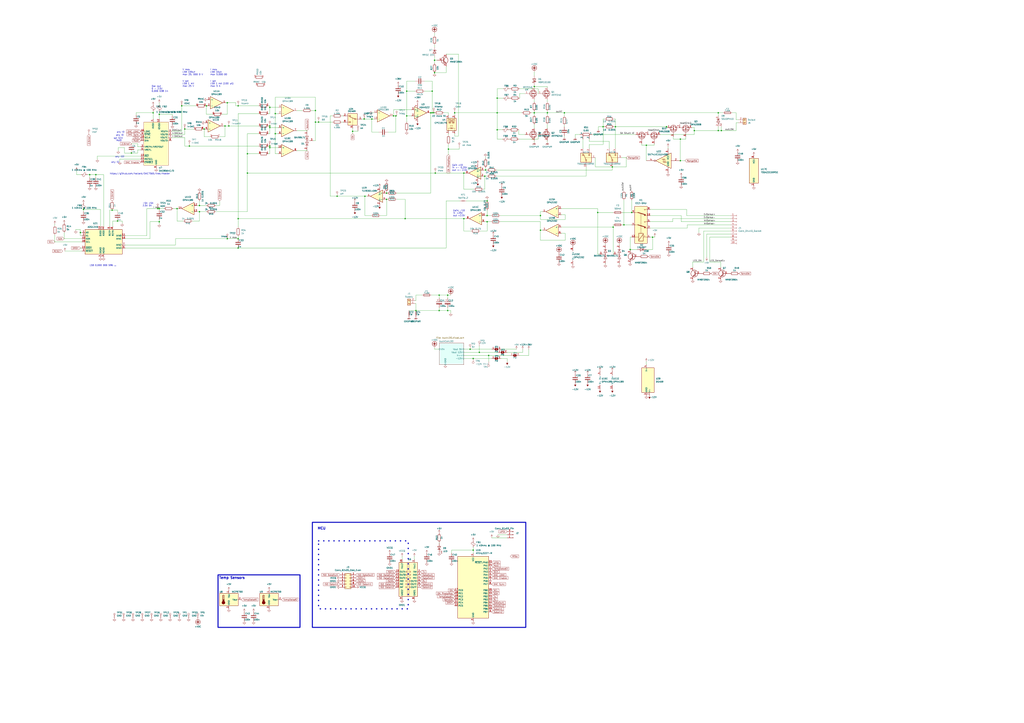
<source format=kicad_sch>
(kicad_sch (version 20231120) (generator "eeschema") (generator_version "8.0")
  (paper "A1")
  (title_block (title "PSLoad") (company "Jannik Schreiber"))
  (junction (at 195.58 196.215))
  (junction (at 463.55 92.71))
  (junction (at 388.62 452.12))
  (junction (at 323.215 95.25))
  (junction (at 398.78 139.7))
  (junction (at 512.445 184.785))
  (junction (at 408.305 92.71))
  (junction (at 261.62 100.33))
  (junction (at 530.86 119.38))
  (junction (at 354.965 74.93))
  (junction (at 195.58 86.995))
  (junction (at 398.145 144.78))
  (junction (at 259.08 90.805))
  (junction (at 129.54 171.45))
  (junction (at 221.615 120.015))
  (junction (at 78.74 143.51))
  (junction (at 356.235 92.71))
  (junction (at 495.3 104.14))
  (junction (at 356.87 49.53))
  (junction (at 184.785 103.505))
  (junction (at 186.69 84.455))
  (junction (at 186.69 196.215))
  (junction (at 226.06 93.345))
  (junction (at 195.58 179.705))
  (junction (at 92.075 172.72))
  (junction (at 490.855 174.625))
  (junction (at 400.05 165.1))
  (junction (at 535.94 194.945))
  (junction (at 299.085 97.79))
  (junction (at 317.5 163.83))
  (junction (at 401.32 292.1))
  (junction (at 367.665 242.57))
  (junction (at 518.795 174.625))
  (junction (at 408.305 106.68))
  (junction (at 505.46 104.14))
  (junction (at 130.81 182.245))
  (junction (at 503.555 186.69))
  (junction (at 517.525 205.105))
  (junction (at 589.915 92.71))
  (junction (at 449.58 92.71))
  (junction (at 107.95 125.73))
  (junction (at 203.2 126.365))
  (junction (at 73.66 143.51))
  (junction (at 151.765 106.045))
  (junction (at 289.56 107.95))
  (junction (at 226.06 109.855))
  (junction (at 299.72 161.29))
  (junction (at 570.23 107.315))
  (junction (at 408.305 80.645))
  (junction (at 558.8 132.08))
  (junction (at 381 179.705))
  (junction (at 438.785 71.12))
  (junction (at 163.83 173.99))
  (junction (at 334.01 74.93))
  (junction (at 558.8 114.3))
  (junction (at 393.7 289.56))
  (junction (at 167.64 106.045))
  (junction (at 130.81 93.98))
  (junction (at 276.86 161.29))
  (junction (at 145.415 171.45))
  (junction (at 195.58 203.835))
  (junction (at 443.865 177.165))
  (junction (at 373.38 92.71))
  (junction (at 367.665 255.27))
  (junction (at 502.92 137.16))
  (junction (at 259.08 100.33))
  (junction (at 187.96 103.505))
  (junction (at 368.3 122.555))
  (junction (at 203.2 142.24))
  (junction (at 360.68 242.57))
  (junction (at 357.505 142.24))
  (junction (at 221.615 104.775))
  (junction (at 96.52 181.61))
  (junction (at 66.04 191.135))
  (junction (at 341.63 255.27))
  (junction (at 400.05 177.165))
  (junction (at 305.435 97.79))
  (junction (at 356.87 59.69))
  (junction (at 360.68 255.27))
  (junction (at 353.695 92.71))
  (junction (at 438.785 92.71))
  (junction (at 334.01 95.25))
  (junction (at 547.37 104.14))
  (junction (at 68.58 172.085))
  (junction (at 155.575 120.015))
  (junction (at 169.545 86.995))
  (junction (at 221.615 88.265))
  (junction (at 221.615 103.505))
  (junction (at 388.62 294.64))
  (junction (at 443.865 189.23))
  (junction (at 592.455 107.315))
  (junction (at 149.225 86.995))
  (junction (at 381 142.24))
  (junction (at 221.615 121.285))
  (junction (at 400.05 182.245))
  (junction (at 325.12 95.25))
  (junction (at 386.08 287.02))
  (junction (at 332.74 179.705))
  (junction (at 317.5 158.75))
  (junction (at 125.73 92.71))
  (junction (at 589.915 107.315))
  (junction (at 130.81 171.45))
  (junction (at 163.83 168.91))
  (junction (at 354.965 92.71))
  (wire (pts (xy 273.05 95.25) (xy 271.145 95.25)))
  (wire (pts (xy 151.765 110.49) (xy 140.97 110.49)))
  (wire (pts (xy 294.005 107.95) (xy 289.56 107.95)))
  (wire (pts (xy 52.705 191.135) (xy 52.705 196.215)))
  (wire (pts (xy 243.84 107.315) (xy 252.095 107.315)))
  (wire (pts (xy 412.75 106.68) (xy 408.305 106.68)))
  (wire (pts (xy 183.515 103.505) (xy 184.785 103.505)))
  (wire (pts (xy 243.84 90.805) (xy 248.285 90.805)))
  (wire (pts (xy 394.335 189.865) (xy 400.05 189.865)))
  (wire (pts (xy 438.785 102.235) (xy 438.785 105.41)))
  (wire (pts (xy 184.785 112.395) (xy 184.785 103.505)))
  (wire (pts (xy 151.765 113.03) (xy 140.97 113.03)))
  (wire (pts (xy 130.81 182.245) (xy 130.81 184.15)))
  (wire (pts (xy 510.54 129.54) (xy 514.35 129.54)))
  (wire (pts (xy 149.225 107.95) (xy 140.97 107.95)))
  (wire (pts (xy 511.175 174.625) (xy 518.795 174.625)))
  (wire (pts (xy 348.615 74.93) (xy 354.965 74.93)))
  (wire (pts (xy 537.21 119.38) (xy 537.21 118.11)))
  (wire (pts (xy 221.615 103.505) (xy 221.615 104.775)))
  (wire (pts (xy 149.225 86.995) (xy 149.225 107.95)))
  (wire (pts (xy 400.05 182.245) (xy 398.145 182.245)))
  (wire (pts (xy 416.56 294.64) (xy 416.56 297.18)))
  (wire (pts (xy 161.925 168.91) (xy 163.83 168.91)))
  (wire (pts (xy 461.01 171.45) (xy 490.855 171.45)))
  (wire (pts (xy 381 179.705) (xy 382.905 179.705)))
  (wire (pts (xy 577.85 215.265) (xy 568.96 215.265)))
  (wire (pts (xy 221.615 121.285) (xy 221.615 126.365)))
  (wire (pts (xy 289.56 107.95) (xy 289.56 109.855)))
  (wire (pts (xy 353.695 92.71) (xy 353.06 92.71)))
  (wire (pts (xy 325.755 158.75) (xy 353.695 158.75)))
  (wire (pts (xy 317.5 177.165) (xy 317.5 163.83)))
  (wire (pts (xy 113.03 120.65) (xy 115.57 120.65)))
  (wire (pts (xy 570.23 107.315) (xy 570.23 104.775)))
  (wire (pts (xy 512.445 164.465) (xy 512.445 184.785)))
  (wire (pts (xy 388.62 452.12) (xy 388.62 454.66)))
  (wire (pts (xy 535.94 205.105) (xy 535.94 194.945)))
  (wire (pts (xy 604.52 100.965) (xy 606.425 100.965)))
  (wire (pts (xy 177.165 173.99) (xy 203.2 173.99)))
  (wire (pts (xy 376.555 44.45) (xy 376.555 111.76)))
  (wire (pts (xy 130.81 180.34) (xy 130.81 182.245)))
  (wire (pts (xy 221.615 104.775) (xy 221.615 109.855)))
  (wire (pts (xy 517.525 205.74) (xy 517.525 205.105)))
  (wire (pts (xy 511.175 184.785) (xy 512.445 184.785)))
  (wire (pts (xy 408.305 114.3) (xy 408.305 106.68)))
  (wire (pts (xy 334.01 74.93) (xy 334.01 95.25)))
  (wire (pts (xy 130.81 93.98) (xy 130.81 97.79)))
  (wire (pts (xy 464.185 180.34) (xy 443.865 180.34)))
  (wire (pts (xy 149.225 86.995) (xy 161.29 86.995)))
  (wire (pts (xy 370.84 452.12) (xy 388.62 452.12)))
  (wire (pts (xy 530.86 119.38) (xy 537.21 119.38)))
  (wire (pts (xy 353.695 158.75) (xy 353.695 92.71)))
  (wire (pts (xy 52.705 196.215) (xy 67.31 196.215)))
  (wire (pts (xy 316.865 163.83) (xy 317.5 163.83)))
  (wire (pts (xy 145.415 171.45) (xy 146.685 171.45)))
  (wire (pts (xy 90.17 172.72) (xy 90.17 186.055)))
  (wire (pts (xy 73.66 143.51) (xy 73.66 146.05)))
  (wire (pts (xy 570.23 107.315) (xy 589.915 107.315)))
  (wire (pts (xy 129.54 171.45) (xy 130.81 171.45)))
  (wire (pts (xy 377.19 121.285) (xy 377.19 122.555)))
  (wire (pts (xy 517.525 205.105) (xy 517.525 194.945)))
  (wire (pts (xy 449.58 81.915) (xy 449.58 83.82)))
  (wire (pts (xy 174.625 93.98) (xy 169.545 93.98)))
  (wire (pts (xy 113.03 125.73) (xy 113.03 123.19)))
  (wire (pts (xy 592.455 107.315) (xy 604.52 107.315)))
  (wire (pts (xy 80.01 128.27) (xy 115.57 128.27)))
  (wire (pts (xy 483.87 114.3) (xy 483.87 116.205)))
  (wire (pts (xy 169.545 93.98) (xy 169.545 86.995)))
  (wire (pts (xy 542.29 110.49) (xy 570.23 110.49)))
  (wire (pts (xy 568.96 215.265) (xy 568.96 219.71)))
  (wire (pts (xy 403.225 177.165) (xy 400.05 177.165)))
  (wire (pts (xy 220.345 103.505) (xy 221.615 103.505)))
  (wire (pts (xy 226.06 109.855) (xy 228.6 109.855)))
  (wire (pts (xy 221.615 104.775) (xy 228.6 104.775)))
  (wire (pts (xy 373.38 92.71) (xy 408.305 92.71)))
  (wire (pts (xy 577.85 189.865) (xy 577.85 215.265)))
  (wire (pts (xy 306.07 92.71) (xy 307.34 92.71)))
  (wire (pts (xy 592.455 104.14) (xy 592.455 107.315)))
  (wire (pts (xy 497.205 200.66) (xy 497.205 201.295)))
  (wire (pts (xy 514.35 137.16) (xy 502.92 137.16)))
  (wire (pts (xy 438.785 71.12) (xy 438.785 71.755)))
  (wire (pts (xy 312.42 177.165) (xy 317.5 177.165)))
  (wire (pts (xy 144.145 196.215) (xy 186.69 196.215)))
  (wire (pts (xy 504.19 97.79) (xy 505.46 97.79)))
  (wire (pts (xy 368.3 109.855) (xy 368.3 111.125)))
  (wire (pts (xy 169.545 86.995) (xy 170.18 86.995)))
  (wire (pts (xy 169.545 86.995) (xy 168.91 86.995)))
  (wire (pts (xy 62.865 143.51) (xy 66.675 143.51)))
  (wire (pts (xy 434.34 287.02) (xy 434.34 292.1)))
  (wire (pts (xy 96.52 172.72) (xy 96.52 173.99)))
  (wire (pts (xy 102.235 121.285) (xy 102.235 125.73)))
  (wire (pts (xy 356.87 59.69) (xy 356.87 60.325)))
  (wire (pts (xy 155.575 120.015) (xy 212.725 120.015)))
  (wire (pts (xy 151.765 106.045) (xy 159.385 106.045)))
  (wire (pts (xy 534.035 187.325) (xy 564.515 187.325)))
  (wire (pts (xy 85.09 143.51) (xy 78.74 143.51)))
  (wire (pts (xy 449.58 116.84) (xy 449.58 115.57)))
  (wire (pts (xy 445.77 189.23) (xy 443.865 189.23)))
  (wire (pts (xy 98.425 132.715) (xy 98.425 130.81)))
  (wire (pts (xy 574.04 187.325) (xy 574.04 191.135)))
  (wire (pts (xy 491.49 104.14) (xy 491.49 106.68)))
  (wire (pts (xy 145.415 181.61) (xy 145.415 171.45)))
  (wire (pts (xy 167.005 106.045) (xy 167.64 106.045)))
  (wire (pts (xy 66.04 188.595) (xy 66.04 191.135)))
  (wire (pts (xy 220.345 86.995) (xy 221.615 86.995)))
  (wire (pts (xy 151.765 120.015) (xy 155.575 120.015)))
  (wire (pts (xy 356.87 49.53) (xy 356.87 52.07)))
  (wire (pts (xy 400.05 172.72) (xy 400.05 177.165)))
  (wire (pts (xy 377.19 122.555) (xy 368.3 122.555)))
  (wire (pts (xy 449.58 91.44) (xy 449.58 92.71)))
  (wire (pts (xy 261.62 100.33) (xy 273.05 100.33)))
  (wire (pts (xy 502.92 137.16) (xy 488.95 137.16)))
  (wire (pts (xy 341.63 255.27) (xy 341.63 249.555)))
  (wire (pts (xy 299.085 97.79) (xy 305.435 97.79)))
  (wire (pts (xy 142.24 171.45) (xy 145.415 171.45)))
  (wire (pts (xy 403.86 441.96) (xy 416.56 441.96)))
  (wire (pts (xy 187.96 103.505) (xy 212.725 103.505)))
  (wire (pts (xy 495.3 97.79) (xy 495.3 104.14)))
  (wire (pts (xy 589.915 107.315) (xy 592.455 107.315)))
  (wire (pts (xy 407.67 139.7) (xy 502.92 139.7)))
  (wire (pts (xy 483.87 118.745) (xy 495.3 118.745)))
  (wire (pts (xy 97.155 121.285) (xy 102.235 121.285)))
  (wire (pts (xy 386.08 287.02) (xy 403.86 287.02)))
  (wire (pts (xy 403.225 182.245) (xy 400.05 182.245)))
  (wire (pts (xy 120.65 171.45) (xy 129.54 171.45)))
  (wire (pts (xy 62.865 140.335) (xy 62.865 143.51)))
  (wire (pts (xy 360.68 445.77) (xy 360.68 446.405)))
  (wire (pts (xy 113.03 118.11) (xy 113.03 120.65)))
  (wire (pts (xy 441.96 73.025) (xy 441.96 76.835)))
  (wire (pts (xy 500.38 116.205) (xy 483.87 116.205)))
  (wire (pts (xy 151.765 120.015) (xy 151.765 113.03)))
  (wire (pts (xy 325.12 108.585) (xy 325.12 95.25)))
  (wire (pts (xy 195.58 196.215) (xy 195.58 194.31)))
  (wire (pts (xy 186.69 84.455) (xy 193.675 84.455)))
  (wire (pts (xy 398.78 139.7) (xy 398.78 137.795)))
  (wire (pts (xy 366.395 59.69) (xy 356.87 59.69)))
  (wire (pts (xy 325.12 95.25) (xy 323.215 95.25)))
  (wire (pts (xy 334.01 66.675) (xy 334.01 74.93)))
  (wire (pts (xy 82.55 186.055) (xy 82.55 172.085)))
  (wire (pts (xy 401.32 292.1) (xy 419.1 292.1)))
  (wire (pts (xy 271.145 161.29) (xy 276.86 161.29)))
  (wire (pts (xy 304.8 177.165) (xy 299.72 177.165)))
  (wire (pts (xy 537.845 194.945) (xy 535.94 194.945)))
  (wire (pts (xy 255.905 90.805) (xy 259.08 90.805)))
  (wire (pts (xy 388.62 449.58) (xy 388.62 452.12)))
  (wire (pts (xy 449.58 71.755) (xy 449.58 71.12)))
  (wire (pts (xy 577.85 189.865) (xy 600.075 189.865)))
  (wire (pts (xy 368.3 92.71) (xy 364.49 92.71)))
  (wire (pts (xy 606.425 98.425) (xy 604.52 98.425)))
  (wire (pts (xy 226.06 93.345) (xy 228.6 93.345)))
  (wire (pts (xy 354.965 92.71) (xy 353.695 92.71)))
  (wire (pts (xy 589.915 92.71) (xy 589.915 95.25)))
  (wire (pts (xy 530.86 205.105) (xy 535.94 205.105)))
  (wire (pts (xy 564.515 184.785) (xy 564.515 187.325)))
  (wire (pts (xy 111.76 94.615) (xy 111.76 92.71)))
  (wire (pts (xy 252.095 123.825) (xy 252.095 123.19)))
  (wire (pts (xy 354.965 74.93) (xy 354.965 92.71)))
  (wire (pts (xy 195.58 179.705) (xy 332.74 179.705)))
  (wire (pts (xy 490.855 208.915) (xy 492.125 208.915)))
  (wire (pts (xy 443.865 180.34) (xy 443.865 177.165)))
  (wire (pts (xy 92.71 186.055) (xy 92.71 181.61)))
  (wire (pts (xy 317.5 157.48) (xy 317.5 158.75)))
  (wire (pts (xy 552.45 179.705) (xy 600.075 179.705)))
  (wire (pts (xy 463.55 92.71) (xy 589.915 92.71)))
  (wire (pts (xy 396.875 155.575) (xy 398.145 155.575)))
  (wire (pts (xy 426.085 110.49) (xy 426.085 106.68)))
  (wire (pts (xy 424.18 287.02) (xy 411.48 287.02)))
  (wire (pts (xy 341.63 249.555) (xy 340.995 249.555)))
  (wire (pts (xy 408.94 439.42) (xy 416.56 439.42)))
  (wire (pts (xy 289.56 105.41) (xy 289.56 107.95)))
  (wire (pts (xy 503.555 184.785) (xy 503.555 186.69)))
  (wire (pts (xy 527.05 118.11) (xy 527.05 119.38)))
  (wire (pts (xy 472.44 110.49) (xy 472.44 113.03)))
  (wire (pts (xy 67.31 198.755) (xy 45.085 198.755)))
  (wire (pts (xy 548.64 104.14) (xy 547.37 104.14)))
  (wire (pts (xy 85.09 143.51) (xy 85.09 186.055)))
  (wire (pts (xy 464.185 176.53) (xy 464.185 180.34)))
  (wire (pts (xy 186.69 93.98) (xy 186.69 84.455)))
  (wire (pts (xy 497.205 216.535) (xy 497.205 217.17)))
  (wire (pts (xy 356.235 92.71) (xy 356.87 92.71)))
  (wire (pts (xy 505.46 104.14) (xy 547.37 104.14)))
  (wire (pts (xy 360.68 245.11) (xy 360.68 242.57)))
  (wire (pts (xy 220.345 109.855) (xy 221.615 109.855)))
  (wire (pts (xy 478.79 114.3) (xy 478.79 121.92)))
  (wire (pts (xy 141.605 93.98) (xy 130.81 93.98)))
  (wire (pts (xy 388.62 294.64) (xy 403.86 294.64)))
  (wire (pts (xy 443.865 177.165) (xy 443.865 173.99)))
  (wire (pts (xy 400.05 177.165) (xy 398.145 177.165)))
  (wire (pts (xy 591.82 215.265) (xy 591.82 219.71)))
  (wire (pts (xy 553.085 112.395) (xy 553.085 114.3)))
  (wire (pts (xy 102.87 193.675) (xy 120.65 193.675)))
  (wire (pts (xy 297.18 97.79) (xy 299.085 97.79)))
  (wire (pts (xy 558.8 132.08) (xy 562.61 132.08)))
  (wire (pts (xy 368.3 94.615) (xy 368.3 92.71)))
  (wire (pts (xy 398.145 144.78) (xy 398.145 155.575)))
  (wire (pts (xy 441.96 110.49) (xy 441.96 114.3)))
  (wire (pts (xy 463.55 104.14) (xy 463.55 102.87)))
  (wire (pts (xy 317.5 163.83) (xy 318.135 163.83)))
  (wire (pts (xy 381 142.24) (xy 381 155.575)))
  (wire (pts (xy 195.58 186.69) (xy 195.58 179.705)))
  (wire (pts (xy 582.93 194.945) (xy 582.93 215.265)))
  (wire (pts (xy 434.34 292.1) (xy 426.72 292.1)))
  (wire (pts (xy 78.74 143.51) (xy 73.66 143.51)))
  (wire (pts (xy 332.74 163.83) (xy 332.74 179.705)))
  (wire (pts (xy 381 289.56) (xy 393.7 289.56)))
  (wire (pts (xy 530.86 119.38) (xy 530.86 132.08)))
  (wire (pts (xy 416.56 289.56) (xy 429.26 289.56)))
  (wire (pts (xy 512.445 184.785) (xy 518.795 184.785)))
  (wire (pts (xy 163.83 173.99) (xy 169.545 173.99)))
  (wire (pts (xy 563.88 177.165) (xy 563.88 172.085)))
  (wire (pts (xy 438.785 116.84) (xy 438.785 115.57)))
  (wire (pts (xy 397.51 139.7) (xy 398.78 139.7)))
  (wire (pts (xy 193.675 84.455) (xy 193.675 86.995)))
  (wire (pts (xy 495.3 104.14) (xy 496.57 104.14)))
  (wire (pts (xy 177.165 168.91) (xy 180.34 168.91)))
  (wire (pts (xy 325.755 163.83) (xy 332.74 163.83)))
  (wire (pts (xy 120.65 193.675) (xy 120.65 171.45)))
  (wire (pts (xy 438.785 81.915) (xy 438.785 83.82)))
  (wire (pts (xy 508.635 216.535) (xy 508.635 217.17)))
  (wire (pts (xy 370.84 454.66) (xy 370.84 452.12)))
  (wire (pts (xy 195.58 179.705) (xy 195.58 93.345)))
  (wire (pts (xy 398.78 128.905) (xy 398.78 130.175)))
  (wire (pts (xy 125.73 91.44) (xy 125.73 92.71)))
  (wire (pts (xy 180.34 165.1) (xy 180.34 168.91)))
  (wire (pts (xy 195.58 86.995) (xy 212.725 86.995)))
  (wire (pts (xy 341.63 255.27) (xy 360.68 255.27)))
  (wire (pts (xy 356.87 285.75) (xy 356.87 287.02)))
  (wire (pts (xy 436.245 92.71) (xy 438.785 92.71)))
  (wire (pts (xy 530.86 297.18) (xy 530.86 299.72)))
  (wire (pts (xy 381 292.1) (xy 401.32 292.1)))
  (wire (pts (xy 558.8 114.3) (xy 558.8 132.08)))
  (wire (pts (xy 413.385 80.645) (xy 408.305 80.645)))
  (wire (pts (xy 186.69 196.215) (xy 195.58 196.215)))
  (wire (pts (xy 259.08 100.33) (xy 261.62 100.33)))
  (wire (pts (xy 330.2 459.74) (xy 330.2 457.2)))
  (wire (pts (xy 195.58 93.345) (xy 212.725 93.345)))
  (wire (pts (xy 102.87 196.215) (xy 123.19 196.215)))
  (wire (pts (xy 66.04 193.675) (xy 66.04 191.135)))
  (wire (pts (xy 163.83 168.91) (xy 169.545 168.91)))
  (wire (pts (xy 376.555 111.76) (xy 373.38 111.76)))
  (wire (pts (xy 259.08 90.805) (xy 259.08 100.33)))
  (wire (pts (xy 604.52 107.315) (xy 604.52 100.965)))
  (wire (pts (xy 563.88 177.165) (xy 600.075 177.165)))
  (wire (pts (xy 325.12 95.25) (xy 325.755 95.25)))
  (wire (pts (xy 488.95 137.16) (xy 488.95 129.54)))
  (wire (pts (xy 534.035 182.245) (xy 552.45 182.245)))
  (wire (pts (xy 367.665 242.57) (xy 367.665 245.11)))
  (wire (pts (xy 534.035 172.085) (xy 563.88 172.085)))
  (wire (pts (xy 490.855 171.45) (xy 490.855 174.625)))
  (wire (pts (xy 348.615 66.675) (xy 354.965 66.675)))
  (wire (pts (xy 417.83 106.68) (xy 418.465 106.68)))
  (wire (pts (xy 407.67 144.78) (xy 481.33 144.78)))
  (wire (pts (xy 449.58 102.235) (xy 449.58 105.41)))
  (wire (pts (xy 340.36 457.2) (xy 340.36 459.74)))
  (wire (pts (xy 316.865 158.75) (xy 317.5 158.75)))
  (wire (pts (xy 367.665 242.57) (xy 370.205 242.57)))
  (wire (pts (xy 203.2 126.365) (xy 203.2 109.855)))
  (wire (pts (xy 318.77 108.585) (xy 325.12 108.585)))
  (wire (pts (xy 443.865 173.99) (xy 445.77 173.99)))
  (wire (pts (xy 366.395 44.45) (xy 376.555 44.45)))
  (wire (pts (xy 220.345 93.345) (xy 221.615 93.345)))
  (wire (pts (xy 429.26 289.56) (xy 429.26 287.02)))
  (wire (pts (xy 373.38 94.615) (xy 373.38 92.71)))
  (wire (pts (xy 570.23 110.49) (xy 570.23 107.315)))
  (wire (pts (xy 564.515 184.785) (xy 600.075 184.785)))
  (wire (pts (xy 62.23 189.23) (xy 62.23 188.595)))
  (wire (pts (xy 417.83 114.3) (xy 418.465 114.3)))
  (wire (pts (xy 464.185 191.77) (xy 461.01 191.77)))
  (wire (pts (xy 381 294.64) (xy 388.62 294.64)))
  (wire (pts (xy 337.82 90.17) (xy 323.215 90.17)))
  (wire (pts (xy 463.55 113.03) (xy 463.55 111.76)))
  (wire (pts (xy 418.465 80.645) (xy 419.1 80.645)))
  (wire (pts (xy 163.83 181.61) (xy 163.83 173.99)))
  (wire (pts (xy 398.145 144.78) (xy 400.05 144.78)))
  (wire (pts (xy 580.39 211.455) (xy 580.39 192.405)))
  (wire (pts (xy 354.33 242.57) (xy 360.68 242.57)))
  (wire (pts (xy 443.865 189.23) (xy 443.865 197.485)))
  (wire (pts (xy 381 287.02) (xy 386.08 287.02)))
  (wire (pts (xy 193.675 86.995) (xy 195.58 86.995)))
  (wire (pts (xy 62.23 188.595) (xy 66.04 188.595)))
  (wire (pts (xy 78.74 146.05) (xy 78.74 143.51)))
  (wire (pts (xy 464.185 197.485) (xy 464.185 191.77)))
  (wire (pts (xy 259.08 115.57) (xy 257.175 115.57)))
  (wire (pts (xy 537.845 194.31) (xy 537.845 194.945)))
  (wire (pts (xy 130.81 172.72) (xy 130.81 171.45)))
  (wire (pts (xy 203.2 109.855) (xy 212.725 109.855)))
  (wire (pts (xy 203.2 173.99) (xy 203.2 142.24)))
  (wire (pts (xy 438.785 69.85) (xy 438.785 71.12)))
  (wire (pts (xy 438.785 92.71) (xy 438.785 94.615)))
  (wire (pts (xy 574.04 187.325) (xy 600.075 187.325)))
  (wire (pts (xy 400.05 163.83) (xy 400.05 165.1)))
  (wire (pts (xy 98.425 130.81) (xy 115.57 130.81)))
  (wire (pts (xy 155.575 119.38) (xy 155.575 120.015)))
  (wire (pts (xy 130.81 171.45) (xy 134.62 171.45)))
  (wire (pts (xy 130.81 91.44) (xy 130.81 93.98)))
  (wire (pts (xy 559.435 182.245) (xy 600.075 182.245)))
  (wire (pts (xy 271.145 95.25) (xy 271.145 161.29)))
  (wire (pts (xy 438.785 92.71) (xy 449.58 92.71)))
  (wire (pts (xy 410.845 182.245) (xy 443.865 182.245)))
  (wire (pts (xy 505.46 97.79) (xy 505.46 104.14)))
  (wire (pts (xy 125.73 92.71) (xy 125.73 97.79)))
  (wire (pts (xy 570.23 104.775) (xy 568.325 104.775)))
  (wire (pts (xy 401.32 297.18) (xy 401.32 292.1)))
  (wire (pts (xy 366.395 165.1) (xy 377.825 165.1)))
  (wire (pts (xy 408.305 73.025) (xy 408.305 80.645)))
  (wire (pts (xy 373.38 111.76) (xy 373.38 109.855)))
  (wire (pts (xy 366.395 54.61) (xy 366.395 59.69)))
  (wire (pts (xy 341.63 247.015) (xy 340.995 247.015)))
  (wire (pts (xy 67.31 193.675) (xy 66.04 193.675)))
  (wire (pts (xy 368.3 122.555) (xy 368.3 127)))
  (wire (pts (xy 370.205 255.27) (xy 367.665 255.27)))
  (wire (pts (xy 356.87 46.355) (xy 356.87 49.53)))
  (wire (pts (xy 123.19 182.245) (xy 130.81 182.245)))
  (wire (pts (xy 280.67 100.33) (xy 281.94 100.33)))
  (wire (pts (xy 604.52 92.71) (xy 601.345 92.71)))
  (wire (pts (xy 559.435 177.165) (xy 559.435 182.245)))
  (wire (pts (xy 517.525 194.945) (xy 518.795 194.945)))
  (wire (pts (xy 495.3 104.14) (xy 495.3 118.745)))
  (wire (pts (xy 449.58 92.71) (xy 463.55 92.71)))
  (wire (pts (xy 354.965 66.675) (xy 354.965 74.93)))
  (wire (pts (xy 431.165 76.835) (xy 426.72 76.835)))
  (wire (pts (xy 180.34 112.395) (xy 184.785 112.395)))
  (wire (pts (xy 150.495 181.61) (xy 145.415 181.61)))
  (wire (pts (xy 552.45 182.245) (xy 552.45 179.705)))
  (wire (pts (xy 340.995 66.675) (xy 334.01 66.675)))
  (wire (pts (xy 514.35 129.54) (xy 514.35 137.16)))
  (wire (pts (xy 334.01 95.25) (xy 337.82 95.25)))
  (wire (pts (xy 386.715 189.865) (xy 381 189.865)))
  (wire (pts (xy 486.41 110.49) (xy 521.97 110.49)))
  (wire (pts (xy 102.87 203.835) (xy 195.58 203.835)))
  (wire (pts (xy 113.03 123.19) (xy 115.57 123.19)))
  (wire (pts (xy 582.93 194.945) (xy 600.075 194.945)))
  (wire (pts (xy 582.93 215.265) (xy 591.82 215.265)))
  (wire (pts (xy 443.865 182.245) (xy 443.865 189.23)))
  (wire (pts (xy 356.87 287.02) (xy 360.68 287.02)))
  (wire (pts (xy 340.995 74.93) (xy 334.01 74.93)))
  (wire (pts (xy 226.06 126.365) (xy 228.6 126.365)))
  (wire (pts (xy 167.64 106.045) (xy 168.275 106.045)))
  (wire (pts (xy 100.33 183.515) (xy 100.33 181.61)))
  (wire (pts (xy 311.15 108.585) (xy 305.435 108.585)))
  (wire (pts (xy 276.86 161.29) (xy 299.72 161.29)))
  (wire (pts (xy 334.01 95.25) (xy 334.01 100.33)))
  (wire (pts (xy 535.94 194.945) (xy 534.035 194.945)))
  (wire (pts (xy 102.87 201.295) (xy 144.145 201.295)))
  (wire (pts (xy 357.505 142.24) (xy 381 142.24)))
  (wire (pts (xy 167.64 112.395) (xy 172.72 112.395)))
  (wire (pts (xy 367.665 252.73) (xy 367.665 255.27)))
  (wire (pts (xy 66.04 191.135) (xy 67.31 191.135)))
  (wire (pts (xy 203.2 142.24) (xy 357.505 142.24)))
  (wire (pts (xy 335.915 255.27) (xy 341.63 255.27)))
  (wire (pts (xy 461.01 176.53) (xy 464.185 176.53)))
  (wire (pts (xy 141.605 95.25) (xy 141.605 93.98)))
  (wire (pts (xy 463.55 92.71) (xy 463.55 95.25)))
  (wire (pts (xy 367.665 255.27) (xy 360.68 255.27)))
  (wire (pts (xy 360.68 242.57) (xy 367.665 242.57)))
  (wire (pts (xy 195.58 203.835) (xy 366.395 203.835)))
  (wire (pts (xy 158.115 181.61) (xy 163.83 181.61)))
  (wire (pts (xy 92.71 181.61) (xy 96.52 181.61)))
  (wire (pts (xy 481.33 137.16) (xy 481.33 144.78)))
  (wire (pts (xy 45.085 193.04) (xy 45.085 198.755)))
  (wire (pts (xy 71.755 143.51) (xy 73.66 143.51)))
  (wire (pts (xy 604.52 98.425) (xy 604.52 92.71)))
  (wire (pts (xy 221.615 120.015) (xy 221.615 121.285)))
  (wire (pts (xy 220.345 126.365) (xy 221.615 126.365)))
  (wire (pts (xy 305.435 97.79) (xy 307.34 97.79)))
  (wire (pts (xy 53.34 206.375) (xy 67.31 206.375)))
  (wire (pts (xy 370.205 255.27) (xy 370.205 257.175)))
  (wire (pts (xy 443.865 197.485) (xy 464.185 197.485)))
  (wire (pts (xy 259.08 80.01) (xy 259.08 90.805)))
  (wire (pts (xy 503.555 186.69) (xy 503.555 208.915)))
  (wire (pts (xy 184.785 103.505) (xy 187.96 103.505)))
  (wire (pts (xy 317.5 158.75) (xy 318.135 158.75)))
  (wire (pts (xy 220.345 120.015) (xy 221.615 120.015)))
  (wire (pts (xy 504.19 104.14) (xy 505.46 104.14)))
  (wire (pts (xy 500.38 121.92) (xy 500.38 116.205)))
  (wire (pts (xy 496.57 97.79) (xy 495.3 97.79)))
  (wire (pts (xy 589.915 104.14) (xy 589.915 107.315)))
  (wire (pts (xy 381 189.865) (xy 381 179.705)))
  (wire (pts (xy 341.63 242.57) (xy 346.71 242.57)))
  (wire (pts (xy 559.435 177.165) (xy 534.035 177.165)))
  (wire (pts (xy 226.06 80.01) (xy 259.08 80.01)))
  (wire (pts (xy 144.145 201.295) (xy 144.145 196.215)))
  (wire (pts (xy 68.58 172.085) (xy 68.58 173.99)))
  (wire (pts (xy 426.72 76.835) (xy 426.72 80.645)))
  (wire (pts (xy 341.63 247.015) (xy 341.63 242.57)))
  (wire (pts (xy 438.785 59.055) (xy 438.785 62.23)))
  (wire (pts (xy 243.84 123.825) (xy 252.095 123.825)))
  (wire (pts (xy 299.72 161.29) (xy 301.625 161.29)))
  (wire (pts (xy 252.095 107.315) (xy 252.095 107.95)))
  (wire (pts (xy 553.085 114.3) (xy 558.8 114.3)))
  (wire (pts (xy 527.05 119.38) (xy 530.86 119.38)))
  (wire (pts (xy 426.72 73.025) (xy 441.96 73.025)))
  (wire (pts (xy 589.915 92.71) (xy 593.725 92.71)))
  (wire (pts (xy 212.725 126.365) (xy 203.2 126.365)))
  (wire (pts (xy 438.785 91.44) (xy 438.785 92.71)))
  (wire (pts (xy 505.46 104.14) (xy 505.46 121.92)))
  (wire (pts (xy 167.64 112.395) (xy 167.64 106.045)))
  (wire (pts (xy 518.795 164.465) (xy 518.795 174.625)))
  (wire (pts (xy 354.965 92.71) (xy 356.235 92.71)))
  (wire (pts (xy 80.01 128.27) (xy 80.01 130.81)))
  (wire (pts (xy 547.37 104.14) (xy 547.37 104.775)))
  (wire (pts (xy 408.305 92.71) (xy 428.625 92.71)))
  (wire (pts (xy 294.005 107.315) (xy 294.005 107.95)))
  (wire (pts (xy 548.64 120.65) (xy 548.64 121.92)))
  (wire (pts (xy 508.635 200.66) (xy 508.635 201.295)))
  (wire (pts (xy 45.085 185.42) (xy 45.085 184.15)))
  (wire (pts (xy 360.68 252.73) (xy 360.68 255.27)))
  (wire (pts (xy 389.255 155.575) (xy 381 155.575)))
  (wire (pts (xy 226.06 80.01) (xy 226.06 93.345)))
  (wire (pts (xy 416.56 294.64) (xy 411.48 294.64)))
  (wire (pts (xy 400.05 189.865) (xy 400.05 182.245)))
  (wire (pts (xy 412.75 114.3) (xy 408.305 114.3)))
  (wire (pts (xy 356.87 36.83) (xy 356.87 38.735)))
  (wire (pts (xy 299.72 177.165) (xy 299.72 161.29)))
  (wire (pts (xy 563.245 114.3) (xy 563.245 112.395)))
  (wire (pts (xy 82.55 172.085) (xy 68.58 172.085)))
  (wire (pts (xy 102.235 125.73) (xy 107.95 125.73)))
  (wire (pts (xy 408.305 80.645) (xy 408.305 92.71)))
  (wire (pts (xy 226.06 109.855) (xy 226.06 126.365)))
  (wire (pts (xy 490.855 174.625) (xy 490.855 208.915)))
  (wire (pts (xy 502.92 137.16) (xy 502.92 139.7)))
  (wire (pts (xy 483.87 121.92) (xy 483.87 118.745)))
  (wire (pts (xy 67.31 203.835) (xy 66.04 203.835)))
  (wire (pts (xy 226.06 93.345) (xy 226.06 109.855)))
  (wire (pts (xy 221.615 88.265) (xy 228.6 88.265)))
  (wire (pts (xy 517.525 205.105) (xy 523.24 205.105)))
  (wire (pts (xy 221.615 88.265) (xy 221.615 93.345)))
  (wire (pts (xy 426.085 114.3) (xy 441.96 114.3)))
  (wire (pts (xy 418.465 73.025) (xy 419.1 73.025)))
  (wire (pts (xy 92.075 172.72) (xy 96.52 172.72)))
  (wire (pts (xy 259.08 100.33) (xy 259.08 115.57)))
  (wire (pts (xy 490.855 174.625) (xy 503.555 174.625)))
  (wire (pts (xy 161.925 173.99) (xy 163.83 173.99)))
  (wire (pts (xy 281.94 95.25) (xy 280.67 95.25)))
  (wire (pts (xy 332.74 179.705) (xy 381 179.705)))
  (wire (pts (xy 203.2 142.24) (xy 203.2 126.365)))
  (wire (pts (xy 398.78 139.7) (xy 400.05 139.7)))
  (wire (pts (xy 410.845 177.165) (xy 443.865 177.165)))
  (wire (pts (xy 461.01 186.69) (xy 503.555 186.69)))
  (wire (pts (xy 111.76 92.71) (xy 125.73 92.71)))
  (wire (pts (xy 221.615 86.995) (xy 221.615 88.265)))
  (wire (pts (xy 221.615 121.285) (xy 228.6 121.285)))
  (wire (pts (xy 472.44 110.49) (xy 476.25 110.49)))
  (wire (pts (xy 107.95 125.73) (xy 113.03 125.73)))
  (wire (pts (xy 123.19 196.215) (xy 123.19 182.245)))
  (wire (pts (xy 323.215 90.17) (xy 323.215 95.25)))
  (wire (pts (xy 382.905 165.1) (xy 400.05 165.1)))
  (wire (pts (xy 163.83 168.91) (xy 163.83 165.1)))
  (wire (pts (xy 182.245 93.98) (xy 186.69 93.98)))
  (wire (pts (xy 491.49 104.14) (xy 495.3 104.14)))
  (wire (pts (xy 97.155 123.825) (xy 97.155 121.285)))
  (wire (pts (xy 558.8 114.3) (xy 563.245 114.3)))
  (wire (pts (xy 366.395 203.835) (xy 366.395 165.1)))
  (wire (pts (xy 438.785 71.12) (xy 449.58 71.12)))
  (wire (pts (xy 431.165 110.49) (xy 426.085 110.49)))
  (wire (pts (xy 356.87 27.305) (xy 356.87 29.21)))
  (wire (pts (xy 393.7 289.56) (xy 408.94 289.56)))
  (wire (pts (xy 408.305 92.71) (xy 408.305 106.68)))
  (wire (pts (xy 100.33 181.61) (xy 96.52 181.61)))
  (wire (pts (xy 107.95 118.11) (xy 113.03 118.11)))
  (wire (pts (xy 151.765 106.045) (xy 151.765 110.49)))
  (wire (pts (xy 413.385 73.025) (xy 408.305 73.025)))
  (wire (pts (xy 393.7 284.48) (xy 393.7 289.56)))
  (wire (pts (xy 368.3 118.745) (xy 368.3 122.555)))
  (wire (pts (xy 381 142.24) (xy 382.27 142.24)))
  (wire (pts (xy 186.69 84.455) (xy 185.42 84.455)))
  (wire (pts (xy 305.435 108.585) (xy 305.435 97.79)))
  (wire (pts (xy 90.17 172.72) (xy 92.075 172.72)))
  (wire (pts (xy 323.215 95.25) (xy 322.58 95.25)))
  (wire (pts (xy 356.87 49.53) (xy 358.775 49.53)))
  (wire (pts (xy 397.51 144.78) (xy 398.145 144.78)))
  (wire (pts (xy 580.39 192.405) (xy 600.075 192.405)))
  (wire (pts (xy 449.58 92.71) (xy 449.58 94.615)))
  (wire (pts (xy 130.81 84.455) (xy 130.81 86.36)))
  (wire (pts (xy 547.37 104.775) (xy 548.005 104.775)))
  (rectangle (start 179.07 472.44) (end 246.38 515.62) (stroke (width 0.8)))
  (rectangle (start 256.54 429.26) (end 431.8 515.62) (stroke (width 0.8)))
  (rectangle (start 261.62 444.5) (end 335.28 500.38) (stroke (width 1) (type dot)))
  (text "https://github.com/hallard/DAC7565/tree/master" (at 114.935 142.875 0) (effects (font (size 1.27 1.27))))
  (text "any IO" (at 98.425 111.125 0) (effects (font (size 1.27 1.27))))
  (text "Temp Sensors" (at 190.5 474.98 0) (effects (font (size 2 2) (thickness 0.4) (bold yes))))
  (text "Dac out \n0 - 2,5V\n0,000 038 14" (at 124.46 73.025 0) (effects (font (size 1.27 1.27)) (justify left)))
  (text "LSB 0,000 000 596 ..." (at 84.582 218.186 0) (effects (font (size 1.27 1.27))))
  (text "spi SCK" (at 97.155 113.665 0) (effects (font (size 1.27 1.27))))
  (text "any IO" (at 94.615 133.35 0) (effects (font (size 1.27 1.27))))
  (text "MCU" (at 264.16 434.34 0) (effects (font (size 2 2) (thickness 0.4) (bold yes))))
  (text "any IO?\n" (at 98.425 128.905 0) (effects (font (size 1.27 1.27))))
  (text "Gain: /10\nin +25V\nout +2,5V" (at 372.11 175.26 0) (effects (font (size 1.27 1.27)) (justify left)))
  (text "MoSi" (at 97.79 115.57 0) (effects (font (size 1.27 1.27))))
  (text "-5A +5A\n2,5V 0V" (at 117.094 168.148 0) (effects (font (size 1.27 1.27)) (justify left)))
  (text "V mes \nLSB 100uV\nmax 25, 000 0 V" (at 149.86 59.309 0) (effects (font (size 1.27 1.27)) (justify left)))
  (text "V set\nLSB 1 mV\nmax 25 V" (at 149.86 68.834 0) (effects (font (size 1.27 1.27)) (justify left)))
  (text "Gain x10\nin +- 0,25V\nout +- 2,5V" (at 371.348 137.922 0) (effects (font (size 1.27 1.27)) (justify left)))
  (text "I mes\nLSB 10uA\nmax 5,000 00" (at 172.72 59.309 0) (effects (font (size 1.27 1.27)) (justify left)))
  (text "any IO" (at 99.06 108.585 0) (effects (font (size 1.27 1.27))))
  (text "I set\nLSB 1 mA (100 uA)\nmax 5 A" (at 172.72 68.834 0) (effects (font (size 1.27 1.27)) (justify left)))
  (label "LED_ON" (at 568.96 215.265 0))
  (label "IntSense+" (at 577.85 182.245 0))
  (label "VDACout" (at 140.97 107.95 0))
  (label "V mes" (at 188.595 196.215 0))
  (label "HeatSink1" (at 532.13 107.95 0))
  (label "outLOW" (at 595.63 107.315 0))
  (label "5A Shunt Hi" (at 509.27 110.49 0))
  (label "outLOW" (at 512.445 156.845 90))
  (label "outHi" (at 456.565 92.71 0))
  (label "I mes" (at 125.73 171.45 0))
  (label "HeatSink2" (at 558.165 102.235 0))
  (label "I-DACout" (at 140.97 113.03 0))
  (label "ExSense-" (at 577.85 179.705 0))
  (label "IntSense-" (at 577.85 184.785 0))
  (label "I+DACout" (at 140.97 110.49 0))
  (label "LED_SenseEx" (at 582.93 215.265 0))
  (label "outHi" (at 518.795 156.845 90))
  (label "ExSense+" (at 577.85 177.165 0))
  (global_label "ON PhotoMos" (shape input) (at 368.3 127 270) (property "Intersheetrefs" "${INTERSHEET_REFS}" (effects (hide yes))))
  (global_label "ISO DataIn1" (shape input) (at 292.1 480.06 0) (property "Intersheetrefs" "${INTERSHEET_REFS}" (effects (hide yes))))
  (global_label "SCK" (shape input) (at 403.86 469.9 0) (property "Intersheetrefs" "${INTERSHEET_REFS}" (effects (hide yes))))
  (global_label "SensSW" (shape input) (at 607.06 224.79 0) (property "Intersheetrefs" "${INTERSHEET_REFS}" (effects (hide yes))))
  (global_label "ISOTx" (shape input) (at 292.1 474.98 0) (property "Intersheetrefs" "${INTERSHEET_REFS}" (effects (hide yes))))
  (global_label "DAC Sync" (shape input) (at 403.86 480.06 0) (property "Intersheetrefs" "${INTERSHEET_REFS}" (effects (hide yes))))
  (global_label "ON" (shape input) (at 289.56 109.855 270) (property "Intersheetrefs" "${INTERSHEET_REFS}" (effects (hide yes))))
  (global_label "ISO DataIn2" (shape input) (at 279.4 480.06 180) (property "Intersheetrefs" "${INTERSHEET_REFS}" (effects (hide yes))))
  (global_label "ISO DataIn2" (shape input) (at 325.12 482.6 180) (property "Intersheetrefs" "${INTERSHEET_REFS}" (effects (hide yes))))
  (global_label "UPDI" (shape input) (at 416.56 436.88 180) (property "Intersheetrefs" "${INTERSHEET_REFS}" (effects (hide yes))))
  (global_label "ISORx" (shape input) (at 325.12 477.52 180) (property "Intersheetrefs" "${INTERSHEET_REFS}" (effects (hide yes))))
  (global_label "ISO DataOut2" (shape input) (at 325.12 474.98 180) (property "Intersheetrefs" "${INTERSHEET_REFS}" (effects (hide yes))))
  (global_label "2,5Vref" (shape input) (at 107.95 118.11 180) (property "Intersheetrefs" "${INTERSHEET_REFS}" (effects (hide yes))))
  (global_label "Isink" (shape input) (at 252.095 123.825 270) (property "Intersheetrefs" "${INTERSHEET_REFS}" (effects (hide yes))))
  (global_label "Tx" (shape input) (at 403.86 490.22 0) (property "Intersheetrefs" "${INTERSHEET_REFS}" (effects (hide yes))))
  (global_label "DataIn2" (shape input) (at 403.86 502.92 0) (property "Intersheetrefs" "${INTERSHEET_REFS}" (effects (hide yes))))
  (global_label "ON" (shape input) (at 584.2 224.79 0) (property "Intersheetrefs" "${INTERSHEET_REFS}" (effects (hide yes))))
  (global_label "DAC Enable" (shape input) (at 403.86 474.98 0) (property "Intersheetrefs" "${INTERSHEET_REFS}" (effects (hide yes))))
  (global_label "RESET" (shape input) (at 51.435 206.375 180) (property "Intersheetrefs" "${INTERSHEET_REFS}" (effects (hide yes))))
  (global_label "ISO DataOut1" (shape input) (at 279.4 472.44 180) (property "Intersheetrefs" "${INTERSHEET_REFS}" (effects (hide yes))))
  (global_label "DataIn1" (shape input) (at 345.44 480.06 0) (property "Intersheetrefs" "${INTERSHEET_REFS}" (effects (hide yes))))
  (global_label "TempData#2" (shape input) (at 403.86 467.36 0) (property "Intersheetrefs" "${INTERSHEET_REFS}" (effects (hide yes))))
  (global_label "ISORx" (shape input) (at 292.1 477.52 0) (property "Intersheetrefs" "${INTERSHEET_REFS}" (effects (hide yes))))
  (global_label "ON PhotoMos" (shape input) (at 373.38 487.68 180) (property "Intersheetrefs" "${INTERSHEET_REFS}" (effects (hide yes))))
  (global_label "RangeSW" (shape input) (at 562.61 132.08 0) (property "Intersheetrefs" "${INTERSHEET_REFS}" (effects (hide yes))))
  (global_label "TempData#1" (shape input) (at 373.38 490.22 180) (property "Intersheetrefs" "${INTERSHEET_REFS}" (effects (hide yes))))
  (global_label "MoSi" (shape input) (at 403.86 464.82 0) (property "Intersheetrefs" "${INTERSHEET_REFS}" (effects (hide yes))))
  (global_label "SCL" (shape input) (at 45.085 198.755 180) (property "Intersheetrefs" "${INTERSHEET_REFS}" (effects (hide yes))))
  (global_label "Rx" (shape input) (at 345.44 477.52 0) (property "Intersheetrefs" "${INTERSHEET_REFS}" (effects (hide yes))))
  (global_label "2,5Vref" (shape input) (at 73.025 110.49 270) (property "Intersheetrefs" "${INTERSHEET_REFS}" (effects (hide yes))))
  (global_label "MoSi" (shape input) (at 115.57 115.57 180) (property "Intersheetrefs" "${INTERSHEET_REFS}" (effects (hide yes))))
  (global_label "DRDY" (shape input) (at 373.38 495.3 180) (property "Intersheetrefs" "${INTERSHEET_REFS}" (effects (hide yes))))
  (global_label "DataOut1" (shape input) (at 345.44 472.44 0) (property "Intersheetrefs" "${INTERSHEET_REFS}" (effects (hide yes))))
  (global_label "RangeSW" (shape input) (at 514.35 129.54 0) (property "Intersheetrefs" "${INTERSHEET_REFS}" (effects (hide yes))))
  (global_label "DAC Sync" (shape input) (at 115.57 110.49 180) (property "Intersheetrefs" "${INTERSHEET_REFS}" (effects (hide yes))))
  (global_label "2,5Vref" (shape input) (at 180.34 165.1 90) (property "Intersheetrefs" "${INTERSHEET_REFS}" (effects (hide yes))))
  (global_label "Rx" (shape input) (at 403.86 492.76 0) (property "Intersheetrefs" "${INTERSHEET_REFS}" (effects (hide yes))))
  (global_label "ON" (shape input) (at 373.38 485.14 180) (property "Intersheetrefs" "${INTERSHEET_REFS}" (effects (hide yes))))
  (global_label "Tx" (shape input) (at 345.44 469.9 0) (property "Intersheetrefs" "${INTERSHEET_REFS}" (effects (hide yes))))
  (global_label "TempData#1" (shape input) (at 198.12 492.76 0) (property "Intersheetrefs" "${INTERSHEET_REFS}" (effects (hide yes))))
  (global_label "ISOTx" (shape input) (at 325.12 469.9 180) (property "Intersheetrefs" "${INTERSHEET_REFS}" (effects (hide yes))))
  (global_label "DataOut1" (shape input) (at 403.86 495.3 0) (property "Intersheetrefs" "${INTERSHEET_REFS}" (effects (hide yes))))
  (global_label "TempData#2" (shape input) (at 231.14 492.76 0) (property "Intersheetrefs" "${INTERSHEET_REFS}" (effects (hide yes))))
  (global_label "SDA" (shape input) (at 403.86 487.68 0) (property "Intersheetrefs" "${INTERSHEET_REFS}" (effects (hide yes))))
  (global_label "SCK" (shape input) (at 115.57 113.03 180) (property "Intersheetrefs" "${INTERSHEET_REFS}" (effects (hide yes))))
  (global_label "Isource" (shape input) (at 252.095 107.315 90) (property "Intersheetrefs" "${INTERSHEET_REFS}" (effects (hide yes))))
  (global_label "SensSW" (shape input) (at 532.765 210.82 0) (property "Intersheetrefs" "${INTERSHEET_REFS}" (effects (hide yes))))
  (global_label "ISO DataOut1" (shape input) (at 325.12 472.44 180) (property "Intersheetrefs" "${INTERSHEET_REFS}" (effects (hide yes))))
  (global_label "MiSo" (shape input) (at 419.1 457.2 0) (property "Intersheetrefs" "${INTERSHEET_REFS}" (effects (hide yes))))
  (global_label "UPDI" (shape input) (at 403.86 462.28 0) (property "Intersheetrefs" "${INTERSHEET_REFS}" (effects (hide yes))))
  (global_label "DataOut2" (shape input) (at 403.86 497.84 0) (property "Intersheetrefs" "${INTERSHEET_REFS}" (effects (hide yes))))
  (global_label "DataOut2" (shape input) (at 345.44 474.98 0) (property "Intersheetrefs" "${INTERSHEET_REFS}" (effects (hide yes))))
  (global_label "DataIn2" (shape input) (at 345.44 482.6 0) (property "Intersheetrefs" "${INTERSHEET_REFS}" (effects (hide yes))))
  (global_label "ISO DataIn1" (shape input) (at 325.12 480.06 180) (property "Intersheetrefs" "${INTERSHEET_REFS}" (effects (hide yes))))
  (global_label "SensSW" (shape input) (at 373.38 492.76 180) (property "Intersheetrefs" "${INTERSHEET_REFS}" (effects (hide yes))))
  (global_label "DAC LDAC" (shape input) (at 115.57 107.95 180) (property "Intersheetrefs" "${INTERSHEET_REFS}" (effects (hide yes))))
  (global_label "DAC LDAC" (shape input) (at 403.86 472.44 0) (property "Intersheetrefs" "${INTERSHEET_REFS}" (effects (hide yes))))
  (global_label "DAC Enable" (shape input) (at 115.57 133.35 180) (property "Intersheetrefs" "${INTERSHEET_REFS}" (effects (hide yes))))
  (global_label "DRDY" (shape input) (at 66.04 203.835 180) (property "Intersheetrefs" "${INTERSHEET_REFS}" (effects (hide yes))))
  (global_label "SDA" (shape input) (at 52.705 196.215 180) (property "Intersheetrefs" "${INTERSHEET_REFS}" (effects (hide yes))))
  (global_label "2,5Vref" (shape input) (at 92.075 165.1 90) (property "Intersheetrefs" "${INTERSHEET_REFS}" (effects (hide yes))))
  (global_label "ISO DataOut2" (shape input) (at 292.1 472.44 0) (property "Intersheetrefs" "${INTERSHEET_REFS}" (effects (hide yes))))
  (global_label "DataIn1" (shape input) (at 403.86 500.38 0) (property "Intersheetrefs" "${INTERSHEET_REFS}" (effects (hide yes))))
  (global_label "SCL" (shape input) (at 403.86 485.14 0) (property "Intersheetrefs" "${INTERSHEET_REFS}" (effects (hide yes))))
  (symbol (lib_id "power:+VDC") (at 370.205 242.57 0) (unit 1)
    (property "Reference" "#PWR042" (effects (hide yes)))
    (property "Value" "+VDC" (at 370.205 236.22 0))
  )
  (symbol (lib_id "Device:Opamp_Quad") (at 177.8 84.455 0) (unit 1)
    (property "Reference" "U11" (at 177.8 74.93 0))
    (property "Value" "OPA4189" (at 177.8 77.47 0))
    (property "Footprint" "Package_SO:SOIC-14_3.9x8.7mm_P1.27mm" (effects (hide yes)))
    (property "Description" "Quad operational amplifier" (effects (hide yes)))
    (property "Sim.Library" "${KICAD7_SYMBOL_DIR}/Simulation_SPICE.sp" (effects (hide yes)))
    (property "Sim.Name" "kicad_builtin_opamp_quad" (effects (hide yes)))
    (property "Sim.Device" "SUBCKT" (effects (hide yes)))
    (property "Sim.Pins" "1=out1 2=in1- 3=in1+ 4=vcc 5=in2+ 6=in2- 7=out2 8=out3 9=in3- 10=in3+ 11=vee 12=in4+ 13=in4- 14=out4" (effects (hide yes)))
  )
  (symbol (lib_id "Connector:TestPoint") (at 139.7 508 0) (unit 1)
    (property "Reference" "TP29" (at 142.24 503.4279 0) (effects (justify left)))
    (property "Value" "GND" (at 142.24 505.9679 0) (effects (justify left)))
    (property "Footprint" "Library:SMD Test Point PCWCTE" (effects (hide yes)))
    (property "Description" "test point" (effects (hide yes)))
  )
  (symbol (lib_id "Device:Q_NMOS_GDS") (at 447.04 76.835 0) (unit 1)
    (property "Reference" "Q1" (at 452.755 75.5649 0) (effects (justify left)))
    (property "Value" "IRFP240" (at 452.755 78.1049 0) (effects (justify left)))
    (property "Footprint" "Package_TO_SOT_THT:TO-247-3_Vertical" (effects (hide yes)))
    (property "Description" "N-MOSFET transistor, gate/drain/source" (effects (hide yes)))
  )
  (symbol (lib_id "Connector:TestPoint_Alt") (at 151.765 106.045 0) (unit 1)
    (property "Reference" "TP8" (at 153.67 101.4729 0) (effects (justify left)))
    (property "Value" "I+DAC" (at 153.67 104.0129 0) (effects (justify left)))
    (property "Footprint" "TestPoint:TestPoint_Pad_D1.5mm" (effects (hide yes)))
    (property "Description" "test point (alternative shape)" (effects (hide yes)))
  )
  (symbol (lib_id "Device:R_Pack04_Split") (at 212.725 63.5 90) (unit 4)
    (property "Reference" "RN5" (at 211.4549 61.595 0) (effects (justify left)))
    (property "Value" "10k" (at 213.9949 61.595 0) (effects (justify left)))
    (property "Footprint" "Resistor_SMD:R_Array_Convex_4x0612" (effects (hide yes)))
    (property "Description" "4 resistor network, parallel topology, split" (effects (hide yes)))
  )
  (symbol (lib_id "Device:R_Pack04_Split") (at 213.995 69.85 90) (unit 3)
    (property "Reference" "RN5" (at 213.36 67.31 90) (effects (justify left)))
    (property "Value" "10k" (at 218.44 67.31 90) (effects (justify left)))
    (property "Footprint" "Resistor_SMD:R_Array_Convex_4x0612" (effects (hide yes)))
    (property "Description" "4 resistor network, parallel topology, split" (effects (hide yes)))
  )
  (symbol (lib_id "Device:C") (at 291.465 169.545 0) (unit 1)
    (property "Reference" "C8" (at 292.1 167.005 0) (effects (justify left)))
    (property "Value" "100n" (at 291.465 172.085 0) (effects (justify left)))
    (property "Footprint" "Capacitor_SMD:C_0603_1608Metric" (effects (hide yes)))
    (property "Description" "Unpolarized capacitor" (effects (hide yes)))
  )
  (symbol (lib_id "Transistor_BJT:MMBT3904") (at 363.855 49.53 0) (unit 1)
    (property "Reference" "Q5" (at 369.57 48.2599 0) (effects (justify left)))
    (property "Value" "MMBT3904" (at 369.57 50.7999 0) (effects (justify left)))
    (property "Footprint" "Package_TO_SOT_SMD:SOT-23-3" (effects (hide yes)))
    (property "Datasheet" "https://www.onsemi.com/pdf/datasheet/pzt3904-d.pdf" (effects (hide yes)))
    (property "Description" "0.2A Ic, 40V Vce, Small Signal NPN Transistor, SOT-23" (effects (hide yes)))
  )
  (symbol (lib_id "Connector:TestPoint_Alt") (at 132.08 508 0) (unit 1)
    (property "Reference" "TP12" (at 133.985 503.4279 0) (effects (justify left)))
    (property "Value" "GND" (at 133.985 505.9679 0) (effects (justify left)))
    (property "Footprint" "TestPoint:TestPoint_Pad_D1.5mm" (effects (hide yes)))
    (property "Description" "test point (alternative shape)" (effects (hide yes)))
  )
  (symbol (lib_id "Device:Opamp_Quad") (at 495.3 312.42 0) (unit 5)
    (property "Reference" "U10" (at 494.03 311.1499 0) (effects (justify left)))
    (property "Value" "OPA4189" (at 494.03 313.6899 0) (effects (justify left)))
    (property "Footprint" "Package_SO:SOIC-14_3.9x8.7mm_P1.27mm" (effects (hide yes)))
    (property "Description" "Quad operational amplifier" (effects (hide yes)))
    (property "Sim.Library" "${KICAD7_SYMBOL_DIR}/Simulation_SPICE.sp" (effects (hide yes)))
    (property "Sim.Name" "kicad_builtin_opamp_quad" (effects (hide yes)))
    (property "Sim.Device" "SUBCKT" (effects (hide yes)))
    (property "Sim.Pins" "1=out1 2=in1- 3=in1+ 4=vcc 5=in2+ 6=in2- 7=out2 8=out3 9=in3- 10=in3+ 11=vee 12=in4+ 13=in4- 14=out4" (effects (hide yes)))
  )
  (symbol (lib_id "power:GND1") (at 330.2 492.76 0) (unit 1)
    (property "Reference" "#PWR097" (effects (hide yes)))
    (property "Value" "GND1" (at 330.2 497.205 0))
    (property "Description" "Power symbol creates a global label with name \"GND1\" , ground" (effects (hide yes)))
  )
  (symbol (lib_id "power:GND") (at 187.96 500.38 0) (unit 1)
    (property "Reference" "#PWR066" (effects (hide yes)))
    (property "Value" "GND" (effects (hide yes)))
  )
  (symbol (lib_id "Device:R") (at 356.87 55.88 0) (unit 1)
    (property "Reference" "R27" (at 354.33 55.88 90))
    (property "Value" "10k" (at 359.41 55.88 90))
    (property "Footprint" "Resistor_SMD:R_0603_1608Metric" (effects (hide yes)))
  )
  (symbol (lib_id "power:+36V") (at 327.025 69.85 0) (unit 1)
    (property "Reference" "#PWR035" (effects (hide yes)))
    (property "Value" "+36V" (at 327.025 64.77 0))
    (property "Description" "Power symbol creates a global label with name \"+36V\"" (effects (hide yes)))
  )
  (symbol (lib_id "power:GNDPWR") (at 463.55 113.03 0) (unit 1)
    (property "Reference" "#PWR011" (effects (hide yes)))
    (property "Value" "GNDPWR" (at 463.423 116.84 0))
    (property "Description" "Power symbol creates a global label with name \"GNDPWR\" , global ground" (effects (hide yes)))
  )
  (symbol (lib_id "power:GND") (at 68.58 181.61 0) (unit 1)
    (property "Reference" "#PWR083" (effects (hide yes)))
    (property "Value" "GND" (effects (hide yes)))
  )
  (symbol (lib_id "Device:C") (at 107.95 121.92 0) (unit 1)
    (property "Reference" "C6" (at 108.585 120.015 0) (effects (justify left)))
    (property "Value" "1u" (at 108.585 124.46 0) (effects (justify left)))
    (property "Footprint" "Capacitor_SMD:C_0603_1608Metric" (effects (hide yes)))
    (property "Description" "Unpolarized capacitor" (effects (hide yes)))
  )
  (symbol (lib_id "Connector:TestPoint_Alt") (at 155.575 119.38 0) (unit 1)
    (property "Reference" "TP7" (at 157.48 114.8079 0) (effects (justify left)))
    (property "Value" "I-DAC" (at 157.48 117.3479 0) (effects (justify left)))
    (property "Footprint" "TestPoint:TestPoint_Pad_D1.5mm" (effects (hide yes)))
    (property "Description" "test point (alternative shape)" (effects (hide yes)))
  )
  (symbol (lib_id "Device:Opamp_Quad") (at 236.22 123.825 0) (unit 3)
    (property "Reference" "U10" (at 236.22 113.665 0))
    (property "Value" "OPA4189" (at 236.22 116.205 0))
    (property "Footprint" "Package_SO:SOIC-14_3.9x8.7mm_P1.27mm" (effects (hide yes)))
    (property "Description" "Quad operational amplifier" (effects (hide yes)))
    (property "Sim.Library" "${KICAD7_SYMBOL_DIR}/Simulation_SPICE.sp" (effects (hide yes)))
    (property "Sim.Name" "kicad_builtin_opamp_quad" (effects (hide yes)))
    (property "Sim.Device" "SUBCKT" (effects (hide yes)))
    (property "Sim.Pins" "1=out1 2=in1- 3=in1+ 4=vcc 5=in2+ 6=in2- 7=out2 8=out3 9=in3- 10=in3+ 11=vee 12=in4+ 13=in4- 14=out4" (effects (hide yes)))
  )
  (symbol (lib_id "Device:R") (at 334.01 104.14 180) (unit 1)
    (property "Reference" "R10" (at 335.915 103.505 0) (effects (justify right)))
    (property "Value" "10k" (at 335.915 106.045 0) (effects (justify right)))
    (property "Footprint" "Resistor_SMD:R_0603_1608Metric" (effects (hide yes)))
  )
  (symbol (lib_id "Device:NetTie_2") (at 380.365 165.1 0) (unit 1) (in_bom no)
    (property "Reference" "NT1" (at 380.365 160.02 0))
    (property "Value" "NetTie_2" (at 380.365 162.56 0))
    (property "Footprint" "NetTie:NetTie-2_SMD_Pad0.5mm" (effects (hide yes)))
    (property "Description" "Net tie, 2 pins" (effects (hide yes)))
  )
  (symbol (lib_id "Device:FerriteBead_Small") (at 388.62 447.04 0) (unit 1)
    (property "Reference" "FB1" (at 391.16 445.7318 0) (effects (justify left)))
    (property "Value" "1 kOhms @ 100 MHz" (at 391.16 448.2718 0) (effects (justify left)))
    (property "Footprint" "Inductor_SMD:L_0603_1608Metric" (effects (hide yes)))
    (property "Description" "Ferrite bead, small symbol" (effects (hide yes)))
  )
  (symbol (lib_id "power:GND") (at 398.78 128.905 180) (unit 1)
    (property "Reference" "#PWR014" (effects (hide yes)))
    (property "Value" "GND" (effects (hide yes)))
  )
  (symbol (lib_name "+5V_1") (lib_id "power:+5V") (at 605.79 125.095 0) (unit 1)
    (property "Reference" "#PWR0148" (effects (hide yes)))
    (property "Value" "+5V" (at 605.79 120.015 0))
    (property "Description" "Power symbol creates a global label with name \"+5V\"" (effects (hide yes)))
  )
  (symbol (lib_id "Jumper:SolderJumper_2_Open") (at 407.67 294.64 0) (unit 1)
    (property "Reference" "JP5" (at 407.67 292.735 0))
    (property "Value" "PW" (at 407.67 296.545 0))
    (property "Footprint" "Jumper:SolderJumper-2_P1.3mm_Open_RoundedPad1.0x1.5mm" (effects (hide yes)))
    (property "Description" "Solder Jumper, 2-pole, open" (effects (hide yes)))
  )
  (symbol (lib_id "power:GND") (at 508.635 217.17 0) (mirror y) (unit 1)
    (property "Reference" "#PWR038" (effects (hide yes)))
    (property "Value" "GND" (effects (hide yes)))
  )
  (symbol (lib_name "+5V_1") (lib_id "power:+5V") (at 45.085 184.15 0) (unit 1)
    (property "Reference" "#PWR0137" (effects (hide yes)))
    (property "Value" "+5V" (at 45.085 179.07 0))
    (property "Description" "Power symbol creates a global label with name \"+5V\"" (effects (hide yes)))
  )
  (symbol (lib_id "Connector:TestPoint") (at 147.32 508 0) (unit 1)
    (property "Reference" "TP1" (at 149.86 503.4279 0) (effects (justify left)))
    (property "Value" "GND" (at 149.86 505.9679 0) (effects (justify left)))
    (property "Footprint" "Library:SMD Test Point PCWCTE" (effects (hide yes)))
    (property "Description" "test point" (effects (hide yes)))
  )
  (symbol (lib_id "Device:R") (at 449.58 87.63 0) (unit 1)
    (property "Reference" "R16" (at 447.04 87.63 90))
    (property "Value" "0.05" (at 451.485 88.265 90))
    (property "Footprint" "Resistor_SMD:R_2512_6332Metric" (effects (hide yes)))
  )
  (symbol (lib_id "Device:C") (at 370.84 458.47 0) (unit 1)
    (property "Reference" "C40" (at 371.475 455.93 0) (effects (justify left)))
    (property "Value" "100n" (at 370.84 461.01 0) (effects (justify left)))
    (property "Footprint" "Capacitor_SMD:C_0603_1608Metric" (effects (hide yes)))
    (property "Description" "Unpolarized capacitor" (effects (hide yes)))
  )
  (symbol (lib_id "power:+VDC") (at 356.87 285.75 0) (unit 1)
    (property "Reference" "#PWR053" (effects (hide yes)))
    (property "Value" "+VDC" (at 356.87 279.4 0))
  )
  (symbol (lib_id "Connector:TestPoint_Alt") (at 195.58 86.995 0) (unit 1)
    (property "Reference" "TP10" (at 198.12 82.4229 0) (effects (justify left)))
    (property "Value" "Vcontr" (at 198.12 84.9629 0) (effects (justify left)))
    (property "Footprint" "TestPoint:TestPoint_Pad_D1.5mm" (effects (hide yes)))
    (property "Description" "test point (alternative shape)" (effects (hide yes)))
  )
  (symbol (lib_id "Analog_Switch:TS5A23159RSE") (at 502.92 129.54 90) (unit 2)
    (property "Reference" "U17" (at 505.46 125.095 90) (effects (justify left)))
    (property "Value" "TS5A23159RSE" (at 509.905 134.62 90) (effects (justify left)))
    (property "Footprint" "Package_DFN_QFN:Texas_R-PUQFN-N10" (effects (hide yes)))
    (property "Datasheet" "http://www.ti.com/lit/ds/symlink/ts5a23159.pdf" (effects (hide yes)))
    (property "Description" "Dual SPDT 1ohm Bidirectional Analog Switch with Off protection, UQFN-10" (effects (hide yes)))
  )
  (symbol (lib_name "+5V_1") (lib_id "power:+5V") (at 340.36 457.2 0) (unit 1)
    (property "Reference" "#PWR094" (effects (hide yes)))
    (property "Value" "+5V" (at 340.36 452.12 0))
    (property "Description" "Power symbol creates a global label with name \"+5V\"" (effects (hide yes)))
  )
  (symbol (lib_name "DG419xY_1") (lib_id "Analog_Switch:DG419xY") (at 289.56 95.25 0) (mirror y) (unit 1)
    (property "Reference" "U2" (at 290.195 89.535 0) (effects (justify left)))
    (property "Value" "DG469" (at 292.1 91.44 0) (effects (justify left)))
    (property "Footprint" "Package_SO:SOIC-8_3.9x4.9mm_P1.27mm" (effects (hide yes)))
    (property "Datasheet" "https://datasheets.maximintegrated.com/en/ds/DG417-DG419.pdf" (effects (hide yes)))
  )
  (symbol (lib_id "power:-12V") (at 502.92 320.04 180) (unit 1)
    (property "Reference" "#PWR06" (effects (hide yes)))
    (property "Value" "-12V" (at 502.92 325.12 0))
  )
  (symbol (lib_id "Device:C") (at 208.28 506.73 0) (unit 1)
    (property "Reference" "C44" (at 208.915 504.19 0) (effects (justify left)))
    (property "Value" "100n" (at 208.28 509.27 0) (effects (justify left)))
    (property "Footprint" "Capacitor_SMD:C_0603_1608Metric" (effects (hide yes)))
    (property "Description" "Unpolarized capacitor" (effects (hide yes)))
  )
  (symbol (lib_id "Device:R") (at 138.43 171.45 90) (unit 1)
    (property "Reference" "R33" (at 138.43 165.1 90))
    (property "Value" "1k" (at 138.43 167.64 90))
    (property "Footprint" "Resistor_SMD:R_0603_1608Metric" (effects (hide yes)))
  )
  (symbol (lib_id "power:GND") (at 93.98 508 0) (unit 1)
    (property "Reference" "#PWR0132" (effects (hide yes)))
    (property "Value" "GND" (effects (hide yes)))
  )
  (symbol (lib_id "Device:C") (at 130.81 176.53 0) (unit 1)
    (property "Reference" "C32" (at 131.445 173.99 0) (effects (justify left)))
    (property "Value" "1u" (at 130.81 179.07 0) (effects (justify left)))
    (property "Footprint" "Capacitor_SMD:C_0603_1608Metric" (effects (hide yes)))
    (property "Description" "Unpolarized capacitor" (effects (hide yes)))
  )
  (symbol (lib_id "Device:R") (at 422.275 114.3 270) (unit 1)
    (property "Reference" "R36" (at 422.275 111.76 90))
    (property "Value" "1k" (at 422.275 116.84 90))
    (property "Footprint" "Resistor_SMD:R_0603_1608Metric" (effects (hide yes)))
  )
  (symbol (lib_id "Device:Opamp_Quad") (at 390.525 179.705 0) (mirror y) (unit 3)
    (property "Reference" "U11" (at 390.525 170.18 0))
    (property "Value" "OPA4189" (at 390.525 172.72 0))
    (property "Footprint" "Package_SO:SOIC-14_3.9x8.7mm_P1.27mm" (effects (hide yes)))
    (property "Description" "Quad operational amplifier" (effects (hide yes)))
    (property "Sim.Library" "${KICAD7_SYMBOL_DIR}/Simulation_SPICE.sp" (effects (hide yes)))
    (property "Sim.Name" "kicad_builtin_opamp_quad" (effects (hide yes)))
    (property "Sim.Device" "SUBCKT" (effects (hide yes)))
    (property "Sim.Pins" "1=out1 2=in1- 3=in1+ 4=vcc 5=in2+ 6=in2- 7=out2 8=out3 9=in3- 10=in3+ 11=vee 12=in4+ 13=in4- 14=out4" (effects (hide yes)))
  )
  (symbol (lib_id "power:GND") (at 568.96 229.87 0) (unit 1)
    (property "Reference" "#PWR064" (effects (hide yes)))
    (property "Value" "GND" (effects (hide yes)))
  )
  (symbol (lib_id "Device:R") (at 400.05 168.91 180) (unit 1)
    (property "Reference" "R20" (at 400.05 168.91 90))
    (property "Value" "10k 0,1%" (at 398.145 168.91 90))
    (property "Footprint" "Resistor_SMD:R_0603_1608Metric" (effects (hide yes)))
  )
  (symbol (lib_id "power:+VDC") (at 162.56 508 180) (unit 1)
    (property "Reference" "#PWR0105" (effects (hide yes)))
    (property "Value" "+VDC" (at 162.56 514.985 0))
  )
  (symbol (lib_id "Device:FerriteBead_Small") (at 415.925 73.025 90) (unit 1)
    (property "Reference" "FB6" (at 415.925 70.485 90))
    (property "Value" "1 kOhms @ 100 MHz" (effects (hide yes)))
    (property "Footprint" "Inductor_SMD:L_0603_1608Metric" (effects (hide yes)))
    (property "Description" "Ferrite bead, small symbol" (effects (hide yes)))
  )
  (symbol (lib_id "power:-12V") (at 412.115 160.655 180) (unit 1)
    (property "Reference" "#PWR034" (effects (hide yes)))
    (property "Value" "-12V" (at 412.115 165.735 0))
  )
  (symbol (lib_id "Device:C_Polarized") (at 367.665 248.92 0) (unit 1)
    (property "Reference" "C12" (at 368.3 247.015 0) (effects (justify left)))
    (property "Value" "100u" (at 368.3 251.46 0) (effects (justify left)))
    (property "Footprint" "Capacitor_SMD:CP_Elec_8x10.5" (effects (hide yes)))
    (property "Description" "Polarized capacitor" (effects (hide yes)))
  )
  (symbol (lib_id "Device:C") (at 68.58 177.8 0) (unit 1)
    (property "Reference" "C36" (at 69.215 175.26 0) (effects (justify left)))
    (property "Value" "100n" (at 68.58 180.34 0) (effects (justify left)))
    (property "Footprint" "Capacitor_SMD:C_0603_1608Metric" (effects (hide yes)))
    (property "Description" "Unpolarized capacitor" (effects (hide yes)))
  )
  (symbol (lib_id "power:GND") (at 101.6 508 0) (unit 1)
    (property "Reference" "#PWR0131" (effects (hide yes)))
    (property "Value" "GND" (effects (hide yes)))
  )
  (symbol (lib_id "Amplifier_Operational:ADA4610-1xR") (at 345.44 92.71 0) (unit 1)
    (property "Reference" "U3" (at 347.345 85.725 0))
    (property "Value" "ADA4522" (at 348.615 88.265 0))
    (property "Footprint" "Package_SO:SOIC-8_3.9x4.9mm_P1.27mm" (effects (hide yes)))
    (property "Datasheet" "https://www.analog.com/media/en/technical-documentation/data-sheets/ADA4610-1_4610-2_4610-4.pdf" (effects (hide yes)))
    (property "Description" "Low Noise, Precision, Rail-to-Rail Output, JFET Single Op Amp, SOIC-8" (effects (hide yes)))
  )
  (symbol (lib_id "power:GND") (at 317.5 149.86 180) (unit 1)
    (property "Reference" "#PWR017" (effects (hide yes)))
    (property "Value" "GND" (effects (hide yes)))
  )
  (symbol (lib_name "+5V_1") (lib_id "power:+5V") (at 350.52 454.66 0) (unit 1)
    (property "Reference" "#PWR095" (effects (hide yes)))
    (property "Value" "+5V" (at 350.52 449.58 0))
    (property "Description" "Power symbol creates a global label with name \"+5V\"" (effects (hide yes)))
  )
  (symbol (lib_id "Device:Fuse") (at 507.365 174.625 90) (unit 1)
    (property "Reference" "F3" (at 507.365 168.91 90))
    (property "Value" "50mA" (at 507.365 171.45 90))
    (property "Footprint" "Fuse:Fuse_0402_1005Metric" (effects (hide yes)))
    (property "Description" "Fuse" (effects (hide yes)))
  )
  (symbol (lib_id "Connector:TestPoint") (at 393.7 284.48 0) (unit 1)
    (property "Reference" "TP3" (at 394.335 280.035 0) (effects (justify left)))
    (property "Value" "+12V" (at 393.7 281.94 0) (effects (justify left)))
    (property "Footprint" "Library:SMD Test Point PCWCTE" (effects (hide yes)))
    (property "Description" "test point" (effects (hide yes)))
  )
  (symbol (lib_id "Device:C") (at 549.275 204.47 0) (unit 1)
    (property "Reference" "C35" (at 549.91 201.93 0) (effects (justify left)))
    (property "Value" "100n" (at 549.275 207.01 0) (effects (justify left)))
    (property "Footprint" "Capacitor_SMD:C_0603_1608Metric" (effects (hide yes)))
    (property "Description" "Unpolarized capacitor" (effects (hide yes)))
  )
  (symbol (lib_id "power:GND") (at 334.01 107.95 0) (unit 1)
    (property "Reference" "#PWR08" (effects (hide yes)))
    (property "Value" "GND" (effects (hide yes)))
  )
  (symbol (lib_id "Connector:Screw_Terminal_01x02") (at 335.915 249.555 180) (unit 1)
    (property "Reference" "J1" (at 335.915 241.3 0))
    (property "Value" "Supply" (at 335.915 243.84 0))
    (property "Footprint" "TerminalBlock:TerminalBlock_bornier-2_P5.08mm" (effects (hide yes)))
    (property "Description" "Generic screw terminal, single row, 01x02, script generated (kicad-library-utils/schlib/autogen/connector/)" (effects (hide yes)))
  )
  (symbol (lib_id "Device:C") (at 472.44 311.15 0) (unit 1)
    (property "Reference" "C20" (at 473.075 308.61 0) (effects (justify left)))
    (property "Value" "100n" (at 472.44 313.69 0) (effects (justify left)))
    (property "Footprint" "Capacitor_SMD:C_0603_1608Metric" (effects (hide yes)))
    (property "Description" "Unpolarized capacitor" (effects (hide yes)))
  )
  (symbol (lib_id "Relay:EE2-5NU") (at 526.415 184.785 270) (mirror x) (unit 1)
    (property "Reference" "K1" (at 526.415 164.465 90))
    (property "Value" "EE2-5NU" (at 526.415 167.005 90))
    (property "Footprint" "Relay_SMD:Relay_DPDT_Kemet_EE2_NU" (effects (hide yes)))
    (property "Datasheet" "https://content.kemet.com/datasheets/KEM_R7002_EC2_EE2.pdf" (effects (hide yes)))
    (property "Description" "General purpose signal relay, Kemet EE2 Series, DPDT (2 Form C), non-latching, SMD, 60W/125VA, 220VDC/250VAC, 2A, 5V DC coil" (effects (hide yes)))
  )
  (symbol (lib_name "+5V_1") (lib_id "power:+5V") (at 548.64 120.65 0) (mirror y) (unit 1)
    (property "Reference" "#PWR0157" (effects (hide yes)))
    (property "Value" "+5V" (at 548.64 115.57 0))
    (property "Description" "Power symbol creates a global label with name \"+5V\"" (effects (hide yes)))
  )
  (symbol (lib_id "Device:D_AAK") (at 589.915 99.06 270) (unit 1)
    (property "Reference" "D8" (at 592.455 95.25 90) (effects (justify left)))
    (property "Value" "SS10PH10" (at 592.455 97.79 90) (effects (justify left)))
    (property "Footprint" "Package_TO_SOT_SMD:TO-277A" (effects (hide yes)))
    (property "Description" "Diode, anode on pins 1 and 2" (effects (hide yes)))
  )
  (symbol (lib_id "power:GND1") (at 279.4 477.52 270) (unit 1)
    (property "Reference" "#PWR0110" (effects (hide yes)))
    (property "Value" "GND1" (at 276.225 477.5199 90) (effects (justify right)))
    (property "Description" "Power symbol creates a global label with name \"GND1\" , ground" (effects (hide yes)))
  )
  (symbol (lib_id "power:GND") (at 130.81 184.15 0) (unit 1)
    (property "Reference" "#PWR073" (effects (hide yes)))
    (property "Value" "GND" (effects (hide yes)))
  )
  (symbol (lib_id "Device:C") (at 320.04 458.47 0) (unit 1)
    (property "Reference" "C47" (at 320.675 455.93 0) (effects (justify left)))
    (property "Value" "100n" (at 320.04 461.01 0) (effects (justify left)))
    (property "Footprint" "Capacitor_SMD:C_0603_1608Metric" (effects (hide yes)))
    (property "Description" "Unpolarized capacitor" (effects (hide yes)))
  )
  (symbol (lib_id "Device:R") (at 422.275 106.68 270) (unit 1)
    (property "Reference" "R32" (at 422.275 104.14 90))
    (property "Value" "1k" (at 422.275 109.22 90))
    (property "Footprint" "Resistor_SMD:R_0603_1608Metric" (effects (hide yes)))
  )
  (symbol (lib_id "power:GND") (at 619.125 153.035 0) (unit 1)
    (property "Reference" "#PWR0150" (effects (hide yes)))
    (property "Value" "GND" (effects (hide yes)))
  )
  (symbol (lib_id "power:GND") (at 350.52 462.28 0) (unit 1)
    (property "Reference" "#PWR096" (effects (hide yes)))
    (property "Value" "GND" (effects (hide yes)))
  )
  (symbol (lib_id "Device:C") (at 195.58 200.025 0) (unit 1)
    (property "Reference" "C33" (at 196.215 197.485 0) (effects (justify left)))
    (property "Value" "1u" (at 195.58 202.565 0) (effects (justify left)))
    (property "Footprint" "Capacitor_SMD:C_0603_1608Metric" (effects (hide yes)))
    (property "Description" "Unpolarized capacitor" (effects (hide yes)))
  )
  (symbol (lib_id "Connector:TestPoint_Alt") (at 186.69 196.215 0) (unit 1)
    (property "Reference" "TP22" (at 188.595 191.6429 0) (effects (justify left)))
    (property "Value" "Vmes" (at 181.61 194.31 0) (effects (justify left)))
    (property "Footprint" "TestPoint:TestPoint_Pad_D1.5mm" (effects (hide yes)))
    (property "Description" "test point (alternative shape)" (effects (hide yes)))
  )
  (symbol (lib_id "power:-12V") (at 416.56 297.18 180) (unit 1)
    (property "Reference" "#PWR0119" (effects (hide yes)))
    (property "Value" "-12V" (at 416.56 301.625 0))
  )
  (symbol (lib_id "Device:C") (at 141.605 99.06 0) (unit 1)
    (property "Reference" "C31" (at 142.24 96.52 0) (effects (justify left)))
    (property "Value" "100n" (at 141.605 101.6 0) (effects (justify left)))
    (property "Footprint" "Capacitor_SMD:C_0603_1608Metric" (effects (hide yes)))
    (property "Description" "Unpolarized capacitor" (effects (hide yes)))
  )
  (symbol (lib_id "Device:LED") (at 360.68 450.215 90) (unit 1)
    (property "Reference" "D9" (at 363.855 450.5324 90) (effects (justify right)))
    (property "Value" "LED" (at 363.855 453.0724 90) (effects (justify right)))
    (property "Footprint" "LED_SMD:LED_0603_1608Metric" (effects (hide yes)))
    (property "Description" "Light emitting diode" (effects (hide yes)))
  )
  (symbol (lib_name "+5V_1") (lib_id "power:+5V") (at 208.28 502.92 0) (unit 1)
    (property "Reference" "#PWR084" (effects (hide yes)))
    (property "Value" "+5V" (at 208.28 497.84 0))
    (property "Description" "Power symbol creates a global label with name \"+5V\"" (effects (hide yes)))
  )
  (symbol (lib_id "power:+12V") (at 472.44 307.34 0) (unit 1)
    (property "Reference" "#PWR059" (effects (hide yes)))
    (property "Value" "+12V" (at 472.44 304.165 0))
  )
  (symbol (lib_id "power:GND") (at 459.105 215.9 0) (mirror y) (unit 1)
    (property "Reference" "#PWR0146" (effects (hide yes)))
    (property "Value" "GND" (effects (hide yes)))
  )
  (symbol (lib_id "Analog_Switch:TS5A23159RSE") (at 619.125 140.335 0) (unit 3)
    (property "Reference" "U17" (at 624.84 139.0649 0) (effects (justify left)))
    (property "Value" "TS5A23159RSE" (at 624.84 141.6049 0) (effects (justify left)))
    (property "Footprint" "Package_DFN_QFN:Texas_R-PUQFN-N10" (effects (hide yes)))
    (property "Datasheet" "http://www.ti.com/lit/ds/symlink/ts5a23159.pdf" (effects (hide yes)))
    (property "Description" "Dual SPDT 1ohm Bidirectional Analog Switch with Off protection, UQFN-10" (effects (hide yes)))
  )
  (symbol (lib_id "Device:Opamp_Quad") (at 236.22 107.315 0) (unit 2)
    (property "Reference" "U10" (at 236.22 97.155 0))
    (property "Value" "OPA4189" (at 236.22 99.695 0))
    (property "Footprint" "Package_SO:SOIC-14_3.9x8.7mm_P1.27mm" (effects (hide yes)))
    (property "Description" "Quad operational amplifier" (effects (hide yes)))
    (property "Sim.Library" "${KICAD7_SYMBOL_DIR}/Simulation_SPICE.sp" (effects (hide yes)))
    (property "Sim.Name" "kicad_builtin_opamp_quad" (effects (hide yes)))
    (property "Sim.Device" "SUBCKT" (effects (hide yes)))
    (property "Sim.Pins" "1=out1 2=in1- 3=in1+ 4=vcc 5=in2+ 6=in2- 7=out2 8=out3 9=in3- 10=in3+ 11=vee 12=in4+ 13=in4- 14=out4" (effects (hide yes)))
  )
  (symbol (lib_id "power:-12V") (at 472.44 314.96 180) (unit 1)
    (property "Reference" "#PWR061" (effects (hide yes)))
    (property "Value" "-12V" (at 472.44 320.04 0))
  )
  (symbol (lib_id "Device:Opamp_Quad") (at 505.46 312.42 0) (unit 5)
    (property "Reference" "U11" (at 503.555 311.1499 0) (effects (justify left)))
    (property "Value" "OPA4189" (at 503.555 313.6899 0) (effects (justify left)))
    (property "Footprint" "Package_SO:SOIC-14_3.9x8.7mm_P1.27mm" (effects (hide yes)))
    (property "Description" "Quad operational amplifier" (effects (hide yes)))
    (property "Sim.Library" "${KICAD7_SYMBOL_DIR}/Simulation_SPICE.sp" (effects (hide yes)))
    (property "Sim.Name" "kicad_builtin_opamp_quad" (effects (hide yes)))
    (property "Sim.Device" "SUBCKT" (effects (hide yes)))
    (property "Sim.Pins" "1=out1 2=in1- 3=in1+ 4=vcc 5=in2+ 6=in2- 7=out2 8=out3 9=in3- 10=in3+ 11=vee 12=in4+ 13=in4- 14=out4" (effects (hide yes)))
  )
  (symbol (lib_id "Connector:TestPoint_Alt") (at 221.615 103.505 0) (unit 1)
    (property "Reference" "TP14" (at 221.615 96.52 0) (effects (justify left)))
    (property "Value" "I+bal" (at 222.25 101.6 0) (effects (justify left)))
    (property "Footprint" "TestPoint:TestPoint_Pad_D1.5mm" (effects (hide yes)))
    (property "Description" "test point (alternative shape)" (effects (hide yes)))
  )
  (symbol (lib_id "power:+VDC") (at 438.785 59.055 0) (unit 1)
    (property "Reference" "#PWR09" (effects (hide yes)))
    (property "Value" "+VDC" (at 438.785 52.705 0))
  )
  (symbol (lib_id "Device:R") (at 403.86 139.7 90) (unit 1)
    (property "Reference" "R41" (at 403.86 137.795 90))
    (property "Value" "1k  0,05%" (at 403.86 141.605 90))
    (property "Footprint" "Resistor_SMD:R_0603_1608Metric" (effects (hide yes)))
    (property "Description" "Resistor" (effects (hide yes)))
  )
  (symbol (lib_id "power:+12V") (at 530.86 297.18 0) (unit 1)
    (property "Reference" "#PWR02" (effects (hide yes)))
    (property "Value" "+12V" (at 534.67 295.91 0))
  )
  (symbol (lib_id "power:-12V") (at 311.785 168.91 180) (unit 1)
    (property "Reference" "#PWR060" (effects (hide yes)))
    (property "Value" "-12V" (at 308.61 169.545 0))
  )
  (symbol (lib_id "Connector:TestPoint_Alt") (at 73.025 110.49 0) (unit 1)
    (property "Reference" "TP32" (at 75.565 105.9179 0) (effects (justify left)))
    (property "Value" "Vref" (at 75.565 108.4579 0) (effects (justify left)))
    (property "Footprint" "TestPoint:TestPoint_Pad_D1.5mm" (effects (hide yes)))
    (property "Description" "test point (alternative shape)" (effects (hide yes)))
  )
  (symbol (lib_id "power:+12V") (at 392.43 134.62 0) (unit 1)
    (property "Reference" "#PWR056" (effects (hide yes)))
    (property "Value" "+12V" (at 389.255 133.35 0))
  )
  (symbol (lib_id "Device:R") (at 603.25 224.79 270) (mirror x) (unit 1)
    (property "Reference" "R49" (at 605.155 220.345 90))
    (property "Value" "1k" (at 603.25 222.25 90))
    (property "Footprint" "Resistor_SMD:R_0603_1608Metric" (effects (hide yes)))
  )
  (symbol (lib_id "Device:FerriteBead_Small") (at 130.81 88.9 0) (unit 1)
    (property "Reference" "FB2" (at 133.35 87.5918 0) (effects (justify left)))
    (property "Value" "1 kOhms @ 100 MHz" (at 133.35 92.0368 0) (effects (justify left)))
    (property "Footprint" "Inductor_SMD:L_0603_1608Metric" (effects (hide yes)))
    (property "Description" "Ferrite bead, small symbol" (effects (hide yes)))
  )
  (symbol (lib_id "power:GND1") (at 320.04 462.28 0) (unit 1)
    (property "Reference" "#PWR0109" (effects (hide yes)))
    (property "Value" "GND1" (at 320.04 466.725 0))
    (property "Description" "Power symbol creates a global label with name \"GND1\" , ground" (effects (hide yes)))
  )
  (symbol (lib_id "Connector:Screw_Terminal_01x02") (at 611.505 100.965 0) (mirror x) (unit 1)
    (property "Reference" "J6" (at 614.045 100.9651 0) (effects (justify left)))
    (property "Value" "Output" (at 614.045 98.4251 0) (effects (justify left)))
    (property "Footprint" "TerminalBlock:TerminalBlock_bornier-2_P5.08mm" (effects (hide yes)))
    (property "Description" "Generic screw terminal, single row, 01x02, script generated (kicad-library-utils/schlib/autogen/connector/)" (effects (hide yes)))
  )
  (symbol (lib_id "MCU_Microchip_ATtiny:ATtiny3227-M") (at 388.62 482.6 0) (unit 1)
    (property "Reference" "U16" (at 390.8141 452.12 0) (effects (justify left)))
    (property "Value" "ATtiny3227-M" (at 390.8141 454.66 0) (effects (justify left)))
    (property "Footprint" "Package_DFN_QFN:QFN-24-1EP_4x4mm_P0.5mm_EP2.6x2.6mm" (effects (hide yes)))
    (property "Datasheet" "https://ww1.microchip.com/downloads/en/DeviceDoc/ATtiny3224-3226-3227-Data-Sheet-DS40002345A.pdf" (effects (hide yes)))
    (property "Description" "20MHz, 32kB Flash, 3kB SRAM, 256B EEPROM, VQFN-24" (effects (hide yes)))
  )
  (symbol (lib_id "Device:R") (at 276.86 95.25 90) (unit 1)
    (property "Reference" "R2" (at 276.86 90.805 90))
    (property "Value" "4,99k" (at 276.86 93.345 90))
    (property "Footprint" "Resistor_SMD:R_0603_1608Metric" (effects (hide yes)))
  )
  (symbol (lib_id "power:GND") (at 116.84 508 0) (unit 1)
    (property "Reference" "#PWR045" (effects (hide yes)))
    (property "Value" "GND" (effects (hide yes)))
  )
  (symbol (lib_id "Device:R") (at 407.035 182.245 90) (unit 1)
    (property "Reference" "R22" (at 407.035 182.245 90))
    (property "Value" "100k" (at 407.035 180.34 90))
    (property "Footprint" "Resistor_SMD:R_0603_1608Metric" (effects (hide yes)))
  )
  (symbol (lib_id "Device:Fuse") (at 350.52 242.57 90) (unit 1)
    (property "Reference" "F1" (at 350.52 239.395 90))
    (property "Value" "Fuse" (at 350.52 240.665 90))
    (property "Footprint" "Fuse:Fuseholder_Cylinder-5x20mm_Schurter_0031_8201_Horizontal_Open" (effects (hide yes)))
    (property "Description" "Fuse" (effects (hide yes)))
  )
  (symbol (lib_id "Device:R_Pack04_Split") (at 216.535 86.995 90) (unit 2)
    (property "Reference" "RN5" (at 215.2649 85.09 0) (effects (justify left)))
    (property "Value" "10k" (at 217.8049 85.09 0) (effects (justify left)))
    (property "Footprint" "Resistor_SMD:R_Array_Convex_4x0612" (effects (hide yes)))
    (property "Description" "4 resistor network, parallel topology, split" (effects (hide yes)))
  )
  (symbol (lib_id "power:GND") (at 605.79 132.715 0) (unit 1)
    (property "Reference" "#PWR0149" (effects (hide yes)))
    (property "Value" "GND" (effects (hide yes)))
  )
  (symbol (lib_id "power:GND") (at 220.98 500.38 0) (unit 1)
    (property "Reference" "#PWR087" (effects (hide yes)))
    (property "Value" "GND" (effects (hide yes)))
  )
  (symbol (lib_id "Device:R_Pack04_Split") (at 216.535 93.345 90) (unit 1)
    (property "Reference" "RN5" (at 215.2649 90.805 0) (effects (justify left)))
    (property "Value" "10k" (at 217.8049 90.805 0) (effects (justify left)))
    (property "Footprint" "Resistor_SMD:R_Array_Convex_4x0612" (effects (hide yes)))
    (property "Description" "4 resistor network, parallel topology, split" (effects (hide yes)))
  )
  (symbol (lib_id "power:+36V") (at 342.9 85.09 0) (unit 1)
    (property "Reference" "#PWR012" (effects (hide yes)))
    (property "Value" "+36V" (at 342.9 80.01 0))
    (property "Description" "Power symbol creates a global label with name \"+36V\"" (effects (hide yes)))
  )
  (symbol (lib_id "Device:R") (at 252.095 90.805 90) (unit 1)
    (property "Reference" "R8" (at 252.095 86.36 90))
    (property "Value" "4,99k" (at 252.095 88.9 90))
    (property "Footprint" "Resistor_SMD:R_0603_1608Metric" (effects (hide yes)))
  )
  (symbol (lib_id "power:+12V") (at 482.6 307.34 0) (unit 1)
    (property "Reference" "#PWR030" (effects (hide yes)))
    (property "Value" "+12V" (at 482.6 304.165 0))
  )
  (symbol (lib_id "power:+12V") (at 429.26 287.02 0) (unit 1)
    (property "Reference" "#PWR0116" (effects (hide yes)))
    (property "Value" "+12V" (at 429.26 283.21 0))
  )
  (symbol (lib_id "power:+12V") (at 405.13 193.04 0) (unit 1)
    (property "Reference" "#PWR091" (effects (hide yes)))
    (property "Value" "+12V" (at 405.13 189.865 0))
  )
  (symbol (lib_id "power:GND") (at 559.435 152.4 0) (unit 1)
    (property "Reference" "#PWR0155" (effects (hide yes)))
    (property "Value" "GND" (effects (hide yes)))
  )
  (symbol (lib_id "Device:R") (at 403.86 144.78 90) (unit 1)
    (property "Reference" "R39" (at 403.86 142.875 90))
    (property "Value" "1k  0,05%" (at 403.86 146.685 90))
    (property "Footprint" "Resistor_SMD:R_0603_1608Metric" (effects (hide yes)))
    (property "Description" "Resistor" (effects (hide yes)))
  )
  (symbol (lib_id "power:+VDC") (at 497.205 200.66 0) (unit 1)
    (property "Reference" "#PWR037" (effects (hide yes)))
    (property "Value" "+VDC" (at 497.205 194.31 0))
  )
  (symbol (lib_id "Device:C") (at 111.76 98.425 0) (unit 1)
    (property "Reference" "C5" (at 112.395 95.885 0) (effects (justify left)))
    (property "Value" "1u" (at 111.76 100.965 0) (effects (justify left)))
    (property "Footprint" "Capacitor_SMD:C_0603_1608Metric" (effects (hide yes)))
    (property "Description" "Unpolarized capacitor" (effects (hide yes)))
  )
  (symbol (lib_id "Device:R") (at 500.38 104.14 90) (unit 1)
    (property "Reference" "R55" (at 500.38 102.235 90))
    (property "Value" "10  0,05%" (at 500.38 106.68 90))
    (property "Footprint" "Resistor_SMD:R_0603_1608Metric" (effects (hide yes)))
    (property "Description" "Resistor" (effects (hide yes)))
  )
  (symbol (lib_id "power:-12V") (at 392.43 149.86 180) (unit 1)
    (property "Reference" "#PWR057" (effects (hide yes)))
    (property "Value" "-12V" (at 389.255 150.495 0))
  )
  (symbol (lib_id "power:GND") (at 109.22 508 0) (unit 1)
    (property "Reference" "#PWR0120" (effects (hide yes)))
    (property "Value" "GND" (effects (hide yes)))
  )
  (symbol (lib_id "power:GND") (at 147.32 508 0) (unit 1)
    (property "Reference" "#PWR0101" (effects (hide yes)))
    (property "Value" "GND" (effects (hide yes)))
  )
  (symbol (lib_name "+5V_1") (lib_id "power:+5V") (at 619.125 127.635 0) (unit 1)
    (property "Reference" "#PWR0151" (effects (hide yes)))
    (property "Value" "+5V" (at 619.125 122.555 0))
    (property "Description" "Power symbol creates a global label with name \"+5V\"" (effects (hide yes)))
  )
  (symbol (lib_id "Device:C") (at 96.52 177.8 0) (unit 1)
    (property "Reference" "C48" (at 97.155 175.26 0) (effects (justify left)))
    (property "Value" "1u" (at 96.52 180.34 0) (effects (justify left)))
    (property "Footprint" "Capacitor_SMD:C_0603_1608Metric" (effects (hide yes)))
    (property "Description" "Unpolarized capacitor" (effects (hide yes)))
  )
  (symbol (lib_id "74xGxx:SN74LVC1G14DBV") (at 543.56 132.08 0) (mirror y) (unit 1)
    (property "Reference" "U22" (at 541.02 124.46 0))
    (property "Value" "SN74LVC1G14DBV" (at 540.385 127 0))
    (property "Footprint" "Package_TO_SOT_SMD:SOT-23-5" (effects (hide yes)))
    (property "Datasheet" "https://www.ti.com/lit/ds/symlink/sn74lvc1g14.pdf" (effects (hide yes)))
    (property "Description" "Single Schmitt NOT Gate, Low-Voltage CMOS, SOT-23" (effects (hide yes)))
  )
  (symbol (lib_id "Device:Opamp_Dual") (at 453.39 173.99 0) (mirror y) (unit 1)
    (property "Reference" "U15" (at 453.39 163.83 0))
    (property "Value" "OPA2192" (at 453.39 166.37 0))
    (property "Footprint" "Package_SO:SOIC-8_3.9x4.9mm_P1.27mm" (effects (hide yes)))
    (property "Description" "Dual operational amplifier" (effects (hide yes)))
    (property "Sim.Library" "${KICAD7_SYMBOL_DIR}/Simulation_SPICE.sp" (effects (hide yes)))
    (property "Sim.Name" "kicad_builtin_opamp_dual" (effects (hide yes)))
    (property "Sim.Device" "SUBCKT" (effects (hide yes)))
    (property "Sim.Pins" "1=out1 2=in1- 3=in1+ 4=vee 5=in2+ 6=in2- 7=out2 8=vcc" (effects (hide yes)))
  )
  (symbol (lib_id "power:GND") (at 80.01 130.81 0) (unit 1)
    (property "Reference" "#PWR0138" (effects (hide yes)))
    (property "Value" "GND" (effects (hide yes)))
  )
  (symbol (lib_id "Device:R") (at 500.38 97.79 90) (unit 1)
    (property "Reference" "R56" (at 500.38 95.885 90))
    (property "Value" "10  0,05%" (at 500.38 99.695 90))
    (property "Footprint" "Resistor_SMD:R_0603_1608Metric" (effects (hide yes)))
    (property "Description" "Resistor" (effects (hide yes)))
  )
  (symbol (lib_id "Device:R") (at 360.68 441.96 0) (unit 1)
    (property "Reference" "R53" (at 358.775 441.96 90))
    (property "Value" "1k" (at 362.585 441.96 90))
    (property "Footprint" "Resistor_SMD:R_0603_1608Metric" (effects (hide yes)))
  )
  (symbol (lib_id "power:GND") (at 530.86 325.12 0) (unit 1)
    (property "Reference" "#PWR01" (effects (hide yes)))
    (property "Value" "GND" (effects (hide yes)))
  )
  (symbol (lib_id "Analog_DAC:DAC8565") (at 128.27 120.65 0) (unit 1)
    (property "Reference" "U7" (at 130.4641 137.795 0) (effects (justify left)))
    (property "Value" "DAC8564C/D" (at 130.4641 140.335 0) (effects (justify left)))
    (property "Footprint" "Package_SO:TSSOP-16_4.4x5mm_P0.65mm" (effects (hide yes)))
    (property "Datasheet" "https://www.ti.com/lit/ds/symlink/dac8565.pdf" (effects (hide yes)))
    (property "Description" "16-bit quad-channel voltage output DAC with 2.5V internal reference" (effects (hide yes)))
  )
  (symbol (lib_id "Device:R") (at 154.305 181.61 270) (unit 1)
    (property "Reference" "R46" (at 154.305 183.515 90))
    (property "Value" "1k  0,05%" (at 154.305 179.705 90))
    (property "Footprint" "Resistor_SMD:R_0603_1608Metric" (effects (hide yes)))
    (property "Description" "Resistor" (effects (hide yes)))
  )
  (symbol (lib_id "power:VCCQ") (at 320.04 454.66 0) (unit 1)
    (property "Reference" "#PWR0108" (effects (hide yes)))
    (property "Value" "VCCQ" (at 320.04 450.215 0))
    (property "Description" "Power symbol creates a global label with name \"VCCQ\"" (effects (hide yes)))
  )
  (symbol (lib_id "Device:R") (at 173.355 173.99 270) (unit 1)
    (property "Reference" "R45" (at 173.355 175.895 90))
    (property "Value" "2k  0,05%" (at 173.355 172.085 90))
    (property "Footprint" "Resistor_SMD:R_0603_1608Metric" (effects (hide yes)))
    (property "Description" "Resistor" (effects (hide yes)))
  )
  (symbol (lib_name "+5V_1") (lib_id "power:+5V") (at 62.865 140.335 0) (unit 1)
    (property "Reference" "#PWR067" (effects (hide yes)))
    (property "Value" "+5V" (at 62.865 135.255 0))
    (property "Description" "Power symbol creates a global label with name \"+5V\"" (effects (hide yes)))
  )
  (symbol (lib_id "Device:C") (at 73.66 149.86 0) (unit 1)
    (property "Reference" "C38" (at 74.295 147.32 0) (effects (justify left)))
    (property "Value" "1u" (at 73.66 152.4 0) (effects (justify left)))
    (property "Footprint" "Capacitor_SMD:C_0603_1608Metric" (effects (hide yes)))
    (property "Description" "Unpolarized capacitor" (effects (hide yes)))
  )
  (symbol (lib_id "Device:C") (at 350.52 458.47 0) (unit 1)
    (property "Reference" "C46" (at 351.155 455.93 0) (effects (justify left)))
    (property "Value" "100n" (at 350.52 461.01 0) (effects (justify left)))
    (property "Footprint" "Capacitor_SMD:C_0603_1608Metric" (effects (hide yes)))
    (property "Description" "Unpolarized capacitor" (effects (hide yes)))
  )
  (symbol (lib_id "Relay_SolidState:CPC1017N") (at 370.84 102.235 90) (unit 1)
    (property "Reference" "U4" (at 363.22 98.425 90) (effects (justify right)))
    (property "Value" "CPC1017N" (at 356.87 100.965 90) (effects (justify right)))
    (property "Footprint" "Package_SO:SOP-4_3.8x4.1mm_P2.54mm" (effects (hide yes)))
    (property "Datasheet" "http://www.ixysic.com/home/pdfs.nsf/www/CPC1017N.pdf/$file/CPC1017N.pdf" (effects (hide yes)))
  )
  (symbol (lib_id "Device:R") (at 173.355 168.91 270) (unit 1)
    (property "Reference" "R44" (at 173.355 170.815 90))
    (property "Value" "2k  0,05%" (at 173.355 167.005 90))
    (property "Footprint" "Resistor_SMD:R_0603_1608Metric" (effects (hide yes)))
    (property "Description" "Resistor" (effects (hide yes)))
  )
  (symbol (lib_id "Device:Opamp_Quad") (at 175.895 103.505 0) (unit 2)
    (property "Reference" "U11" (at 177.165 98.425 0))
    (property "Value" "OPA4189" (at 175.895 96.52 0))
    (property "Footprint" "Package_SO:SOIC-14_3.9x8.7mm_P1.27mm" (effects (hide yes)))
    (property "Description" "Quad operational amplifier" (effects (hide yes)))
    (property "Sim.Library" "${KICAD7_SYMBOL_DIR}/Simulation_SPICE.sp" (effects (hide yes)))
    (property "Sim.Name" "kicad_builtin_opamp_quad" (effects (hide yes)))
    (property "Sim.Device" "SUBCKT" (effects (hide yes)))
    (property "Sim.Pins" "1=out1 2=in1- 3=in1+ 4=vcc 5=in2+ 6=in2- 7=out2 8=out3 9=in3- 10=in3+ 11=vee 12=in4+ 13=in4- 14=out4" (effects (hide yes)))
  )
  (symbol (lib_id "Diode:BAV99") (at 497.205 208.915 270) (mirror x) (unit 1)
    (property "Reference" "D3" (at 499.11 206.375 90) (effects (justify left)))
    (property "Value" "BAV99LT1" (at 487.68 210.185 90) (effects (justify left)))
    (property "Footprint" "Package_TO_SOT_SMD:SOT-23-3" (effects (hide yes)))
    (property "Datasheet" "https://assets.nexperia.com/documents/data-sheet/BAV99_SER.pdf" (effects (hide yes)))
  )
  (symbol (lib_id "Device:R_Pack04_Split") (at 163.195 106.045 270) (unit 1)
    (property "Reference" "RN4" (at 163.195 100.33 90))
    (property "Value" "10k" (at 163.195 102.87 90))
    (property "Footprint" "Resistor_SMD:R_Array_Convex_4x0612" (effects (hide yes)))
    (property "Description" "4 resistor network, parallel topology, split" (effects (hide yes)))
  )
  (symbol (lib_id "Analog_Switch:DG419xY") (at 530.86 312.42 0) (unit 2)
    (property "Reference" "U2" (at 538.48 311.1499 0) (effects (justify left)))
    (property "Value" "DG469" (at 538.48 313.6899 0) (effects (justify left)))
    (property "Footprint" "Package_SO:SOIC-8_3.9x4.9mm_P1.27mm" (effects (hide yes)))
    (property "Datasheet" "https://datasheets.maximintegrated.com/en/ds/DG417-DG419.pdf" (effects (hide yes)))
  )
  (symbol (lib_id "Device:C") (at 200.66 506.73 0) (unit 1)
    (property "Reference" "C43" (at 201.295 504.19 0) (effects (justify left)))
    (property "Value" "100n" (at 200.66 509.27 0) (effects (justify left)))
    (property "Footprint" "Capacitor_SMD:C_0603_1608Metric" (effects (hide yes)))
    (property "Description" "Unpolarized capacitor" (effects (hide yes)))
  )
  (symbol (lib_id "power:GND") (at 124.46 508 0) (unit 1)
    (property "Reference" "#PWR044" (effects (hide yes)))
    (property "Value" "GND" (effects (hide yes)))
  )
  (symbol (lib_id "power:+12V") (at 291.465 165.735 0) (unit 1)
    (property "Reference" "#PWR031" (effects (hide yes)))
    (property "Value" "+12V" (at 291.465 162.56 0))
  )
  (symbol (lib_id "power:GND") (at 497.205 217.17 0) (mirror y) (unit 1)
    (property "Reference" "#PWR0147" (effects (hide yes)))
    (property "Value" "GND" (effects (hide yes)))
  )
  (symbol (lib_name "+5V_1") (lib_id "power:+5V") (at 130.81 84.455 0) (unit 1)
    (property "Reference" "#PWR021" (effects (hide yes)))
    (property "Value" "+5V" (at 130.81 79.375 0))
    (property "Description" "Power symbol creates a global label with name \"+5V\"" (effects (hide yes)))
  )
  (symbol (lib_id "Device:FerriteBead_Small") (at 68.58 169.545 180) (unit 1)
    (property "Reference" "FB5" (at 65.405 168.91 0))
    (property "Value" "1 kOhms @ 100 MHz" (at 69.215 170.815 0))
    (property "Footprint" "Inductor_SMD:L_0603_1608Metric" (effects (hide yes)))
    (property "Description" "Ferrite bead, small symbol" (effects (hide yes)))
  )
  (symbol (lib_id "Device:R") (at 356.87 33.02 0) (unit 1)
    (property "Reference" "R28" (at 354.33 33.02 90))
    (property "Value" "5k" (at 359.41 33.02 90))
    (property "Footprint" "Resistor_SMD:R_0603_1608Metric" (effects (hide yes)))
  )
  (symbol (lib_id "power:GND") (at 98.425 132.715 0) (unit 1)
    (property "Reference" "#PWR075" (effects (hide yes)))
    (property "Value" "GND" (effects (hide yes)))
  )
  (symbol (lib_id "Device:R") (at 317.5 153.67 180) (unit 1)
    (property "Reference" "R26" (at 317.5 153.67 90))
    (property "Value" "20k" (at 315.595 153.67 90))
    (property "Footprint" "Resistor_SMD:R_0603_1608Metric" (effects (hide yes)))
  )
  (symbol (lib_id "Device:R") (at 512.445 160.655 0) (unit 1)
    (property "Reference" "R6" (at 514.35 160.655 90))
    (property "Value" "100k" (at 510.54 160.655 90))
    (property "Footprint" "Resistor_SMD:R_0603_1608Metric" (effects (hide yes)))
  )
  (symbol (lib_id "Device:R_Pack04_Split") (at 216.535 109.855 90) (unit 3)
    (property "Reference" "RN2" (at 215.2649 107.315 0) (effects (justify left)))
    (property "Value" "10k" (at 217.8049 107.315 0) (effects (justify left)))
    (property "Footprint" "Resistor_SMD:R_Array_Convex_4x0612" (effects (hide yes)))
    (property "Description" "4 resistor network, parallel topology, split" (effects (hide yes)))
  )
  (symbol (lib_id "power:+12V") (at 412.115 153.035 0) (unit 1)
    (property "Reference" "#PWR033" (effects (hide yes)))
    (property "Value" "+12V" (at 412.115 149.86 0))
  )
  (symbol (lib_id "Device:R_Pack04_Split") (at 216.535 126.365 90) (unit 1)
    (property "Reference" "RN2" (at 215.2649 123.825 0) (effects (justify left)))
    (property "Value" "10k" (at 217.8049 123.825 0) (effects (justify left)))
    (property "Footprint" "Resistor_SMD:R_Array_Convex_4x0612" (effects (hide yes)))
    (property "Description" "4 resistor network, parallel topology, split" (effects (hide yes)))
  )
  (symbol (lib_id "Device:NetTie_2") (at 335.915 257.81 90) (unit 1) (in_bom no)
    (property "Reference" "NT2" (at 335.915 256.54 90) (effects (justify right)))
    (property "Value" "Tie" (at 335.915 258.445 90) (effects (justify right)))
    (property "Footprint" "NetTie:NetTie-2_SMD_Pad2.0mm" (effects (hide yes)))
    (property "Description" "Net tie, 2 pins" (effects (hide yes)))
  )
  (symbol (lib_id "Diode:BAV99") (at 508.635 208.915 270) (mirror x) (unit 1)
    (property "Reference" "D4" (at 510.54 206.375 90) (effects (justify left)))
    (property "Value" "BAV99LT1" (at 498.475 210.185 90) (effects (justify left)))
    (property "Footprint" "Package_TO_SOT_SMD:SOT-23-3" (effects (hide yes)))
    (property "Datasheet" "https://assets.nexperia.com/documents/data-sheet/BAV99_SER.pdf" (effects (hide yes)))
  )
  (symbol (lib_id "power:GNDPWR") (at 341.63 260.35 0) (unit 1)
    (property "Reference" "#PWR070" (effects (hide yes)))
    (property "Value" "GNDPWR" (at 341.503 264.16 0))
    (property "Description" "Power symbol creates a global label with name \"GNDPWR\" , global ground" (effects (hide yes)))
  )
  (symbol (lib_id "Device:Fuse") (at 597.535 92.71 90) (unit 1)
    (property "Reference" "F2" (at 597.535 89.535 90))
    (property "Value" "Fuse" (at 597.535 90.805 90))
    (property "Footprint" "Fuse:Fuseholder_Cylinder-5x20mm_Schurter_0031_8201_Horizontal_Open" (effects (hide yes)))
    (property "Description" "Fuse" (effects (hide yes)))
  )
  (symbol (lib_id "power:GND") (at 370.205 257.175 0) (unit 1)
    (property "Reference" "#PWR041" (effects (hide yes)))
    (property "Value" "GND" (effects (hide yes)))
  )
  (symbol (lib_id "Connector:TestPoint") (at 154.94 508 0) (unit 1)
    (property "Reference" "TP33" (at 157.48 503.4279 0) (effects (justify left)))
    (property "Value" "GND" (at 157.48 505.9679 0) (effects (justify left)))
    (property "Footprint" "Library:SMD Test Point PCWCTE" (effects (hide yes)))
    (property "Description" "test point" (effects (hide yes)))
  )
  (symbol (lib_id "power:-12V") (at 405.13 200.66 180) (unit 1)
    (property "Reference" "#PWR092" (effects (hide yes)))
    (property "Value" "-12V" (at 405.13 205.74 0))
  )
  (symbol (lib_id "Sensor_Temperature:MCP9700Ax-ETT") (at 187.96 492.76 0) (unit 1)
    (property "Reference" "U8" (at 182.88 486.41 0) (effects (justify right)))
    (property "Value" "MCP9700" (at 199.39 486.41 0) (effects (justify right)))
    (property "Footprint" "Package_TO_SOT_THT:TO-92_Inline" (effects (hide yes)))
    (property "Datasheet" "http://ww1.microchip.com/downloads/en/devicedoc/20001942g.pdf" (effects (hide yes)))
    (property "Description" "Low power, analog thermistor temperature sensor, ±2C accuracy, -40C to +125C, in SOT-23-3" (effects (hide yes)))
  )
  (symbol (lib_id "power:-12V") (at 327.025 77.47 180) (unit 1)
    (property "Reference" "#PWR036" (effects (hide yes)))
    (property "Value" "-12V" (at 327.025 82.55 0))
  )
  (symbol (lib_id "power:GND") (at 340.36 492.76 0) (unit 1)
    (property "Reference" "#PWR093" (effects (hide yes)))
    (property "Value" "GND" (effects (hide yes)))
  )
  (symbol (lib_id "Device:C") (at 314.96 108.585 90) (unit 1)
    (property "Reference" "C1" (at 314.96 105.41 90))
    (property "Value" "1n" (at 314.96 111.76 90))
    (property "Footprint" "Capacitor_SMD:C_0603_1608Metric" (effects (hide yes)))
  )
  (symbol (lib_id "Analog_Switch:TS5A23159RSE") (at 481.33 129.54 90) (unit 1)
    (property "Reference" "U17" (at 483.87 125.095 90) (effects (justify left)))
    (property "Value" "TS5A23159RSE" (at 488.315 134.62 90) (effects (justify left)))
    (property "Footprint" "Package_DFN_QFN:Texas_R-PUQFN-N10" (effects (hide yes)))
    (property "Datasheet" "http://www.ti.com/lit/ds/symlink/ts5a23159.pdf" (effects (hide yes)))
    (property "Description" "Dual SPDT 1ohm Bidirectional Analog Switch with Off protection, UQFN-10" (effects (hide yes)))
  )
  (symbol (lib_id "power:VCCQ") (at 292.1 482.6 270) (unit 1)
    (property "Reference" "#PWR0113" (effects (hide yes)))
    (property "Value" "VCCQ" (at 295.275 482.6001 90) (effects (justify left)))
    (property "Description" "Power symbol creates a global label with name \"VCCQ\"" (effects (hide yes)))
  )
  (symbol (lib_id "Device:R") (at 163.83 161.29 180) (unit 1)
    (property "Reference" "R43" (at 161.925 161.29 90))
    (property "Value" "1k 0,05%" (at 166.37 161.29 90))
    (property "Footprint" "Resistor_SMD:R_0603_1608Metric" (effects (hide yes)))
    (property "Description" "Resistor" (effects (hide yes)))
  )
  (symbol (lib_id "Device:R_Pack04_Split") (at 178.435 93.98 90) (unit 4)
    (property "Reference" "RN4" (at 178.435 88.265 90))
    (property "Value" "10k" (at 178.435 90.805 90))
    (property "Footprint" "Resistor_SMD:R_Array_Convex_4x0612" (effects (hide yes)))
    (property "Description" "4 resistor network, parallel topology, split" (effects (hide yes)))
  )
  (symbol (lib_id "Device:C") (at 405.13 196.85 0) (unit 1)
    (property "Reference" "C45" (at 405.765 194.31 0) (effects (justify left)))
    (property "Value" "100n" (at 405.13 199.39 0) (effects (justify left)))
    (property "Footprint" "Capacitor_SMD:C_0603_1608Metric" (effects (hide yes)))
    (property "Description" "Unpolarized capacitor" (effects (hide yes)))
  )
  (symbol (lib_id "Device:R") (at 528.955 210.82 270) (mirror x) (unit 1)
    (property "Reference" "R38" (at 530.86 206.375 90))
    (property "Value" "1k" (at 528.955 208.28 90))
    (property "Footprint" "Resistor_SMD:R_0603_1608Metric" (effects (hide yes)))
  )
  (symbol (lib_id "Connector:TestPoint") (at 162.56 508 0) (unit 1)
    (property "Reference" "TP5" (at 164.465 503.4279 0) (effects (justify left)))
    (property "Value" "Vin" (at 164.465 505.9679 0) (effects (justify left)))
    (property "Footprint" "Library:SMD Test Point PCWCTE" (effects (hide yes)))
    (property "Description" "test point" (effects (hide yes)))
  )
  (symbol (lib_id "Device:Q_NMOS_GDS") (at 436.245 76.835 0) (unit 1)
    (property "Reference" "Q9" (at 431.165 73.66 0) (effects (justify left)))
    (property "Value" "IRFP240" (at 429.26 71.755 0) (effects (justify left)))
    (property "Footprint" "Package_TO_SOT_THT:TO-247-3_Vertical" (effects (hide yes)))
    (property "Description" "N-MOSFET transistor, gate/drain/source" (effects (hide yes)))
  )
  (symbol (lib_id "Device:R") (at 390.525 189.865 90) (unit 1)
    (property "Reference" "R19" (at 390.525 191.77 90))
    (property "Value" "10k 0,1%" (at 390.525 187.96 90))
    (property "Footprint" "Resistor_SMD:R_0603_1608Metric" (effects (hide yes)))
  )
  (symbol (lib_id "Connector:TestPoint_Alt") (at 129.54 171.45 0) (unit 1)
    (property "Reference" "TP21" (at 131.445 166.8779 0) (effects (justify left)))
    (property "Value" "IADC" (at 131.445 169.4179 0) (effects (justify left)))
    (property "Footprint" "TestPoint:TestPoint_Pad_D1.5mm" (effects (hide yes)))
    (property "Description" "test point (alternative shape)" (effects (hide yes)))
  )
  (symbol (lib_id "Device:R_Pack04_Split") (at 216.535 120.015 90) (unit 2)
    (property "Reference" "RN2" (at 215.2649 117.475 0) (effects (justify left)))
    (property "Value" "10k" (at 217.8049 117.475 0) (effects (justify left)))
    (property "Footprint" "Resistor_SMD:R_Array_Convex_4x0612" (effects (hide yes)))
    (property "Description" "4 resistor network, parallel topology, split" (effects (hide yes)))
  )
  (symbol (lib_id "power:GND") (at 356.87 60.325 0) (unit 1)
    (property "Reference" "#PWR047" (effects (hide yes)))
    (property "Value" "GND" (effects (hide yes)))
  )
  (symbol (lib_id "power:GND") (at 388.62 510.54 0) (unit 1)
    (property "Reference" "#PWR077" (effects (hide yes)))
    (property "Value" "GND" (effects (hide yes)))
  )
  (symbol (lib_id "Device:FerriteBead_Small") (at 125.73 88.9 0) (unit 1)
    (property "Reference" "FB3" (at 128.27 87.5918 0) (effects (justify left)))
    (property "Value" "1 kOhms @ 100 MHz" (at 128.27 92.0368 0) (effects (justify left)))
    (property "Footprint" "Inductor_SMD:L_0603_1608Metric" (effects (hide yes)))
    (property "Description" "Ferrite bead, small symbol" (effects (hide yes)))
  )
  (symbol (lib_id "Transistor_BJT:MMBT3904") (at 571.5 224.79 0) (mirror y) (unit 1)
    (property "Reference" "Q8" (at 566.42 223.5199 0) (effects (justify left)))
    (property "Value" "MMBT3904" (at 582.93 229.87 0) (effects (justify left)))
    (property "Footprint" "Package_TO_SOT_SMD:SOT-23-3" (effects (hide yes)))
    (property "Datasheet" "https://www.onsemi.com/pdf/datasheet/pzt3904-d.pdf" (effects (hide yes)))
    (property "Description" "0.2A Ic, 40V Vce, Small Signal NPN Transistor, SOT-23" (effects (hide yes)))
  )
  (symbol (lib_id "power:GND") (at 82.55 211.455 0) (unit 1)
    (property "Reference" "#PWR069" (effects (hide yes)))
    (property "Value" "GND" (effects (hide yes)))
  )
  (symbol (lib_id "power:GND") (at 168.275 100.965 270) (unit 1)
    (property "Reference" "#PWR018" (effects (hide yes)))
    (property "Value" "GND" (effects (hide yes)))
  )
  (symbol (lib_id "Transistor_BJT:MMBT3904") (at 520.065 210.82 0) (mirror y) (unit 1)
    (property "Reference" "Q6" (at 514.985 209.5499 0) (effects (justify left)))
    (property "Value" "MMBT3904" (at 531.495 215.9 0) (effects (justify left)))
    (property "Footprint" "Package_TO_SOT_SMD:SOT-23-3" (effects (hide yes)))
    (property "Datasheet" "https://www.onsemi.com/pdf/datasheet/pzt3904-d.pdf" (effects (hide yes)))
    (property "Description" "0.2A Ic, 40V Vce, Small Signal NPN Transistor, SOT-23" (effects (hide yes)))
  )
  (symbol (lib_id "Device:Opamp_Dual") (at 473.075 210.185 0) (unit 3)
    (property "Reference" "U15" (at 471.17 208.9149 0) (effects (justify left)))
    (property "Value" "OPA2192" (at 471.17 211.4549 0) (effects (justify left)))
    (property "Footprint" "Package_SO:SOIC-8_3.9x4.9mm_P1.27mm" (effects (hide yes)))
    (property "Description" "Dual operational amplifier" (effects (hide yes)))
    (property "Sim.Library" "${KICAD7_SYMBOL_DIR}/Simulation_SPICE.sp" (effects (hide yes)))
    (property "Sim.Name" "kicad_builtin_opamp_dual" (effects (hide yes)))
    (property "Sim.Device" "SUBCKT" (effects (hide yes)))
    (property "Sim.Pins" "1=out1 2=in1- 3=in1+ 4=vee 5=in2+ 6=in2- 7=out2 8=vcc" (effects (hide yes)))
  )
  (symbol (lib_id "power:+VDC") (at 459.105 208.28 0) (unit 1)
    (property "Reference" "#PWR0145" (effects (hide yes)))
    (property "Value" "+VDC" (at 459.105 201.93 0))
  )
  (symbol (lib_id "Sensor_Temperature:MCP9700Ax-ETT") (at 220.98 492.76 0) (unit 1)
    (property "Reference" "U9" (at 215.9 486.41 0) (effects (justify right)))
    (property "Value" "MCP9700" (at 231.14 486.41 0) (effects (justify right)))
    (property "Footprint" "Package_TO_SOT_THT:TO-92_Inline" (effects (hide yes)))
    (property "Datasheet" "http://ww1.microchip.com/downloads/en/devicedoc/20001942g.pdf" (effects (hide yes)))
    (property "Description" "Low power, analog thermistor temperature sensor, ±2C accuracy, -40C to +125C, in SOT-23-3" (effects (hide yes)))
  )
  (symbol (lib_id "power:GND") (at 141.605 102.87 0) (unit 1)
    (property "Reference" "#PWR076" (effects (hide yes)))
    (property "Value" "GND" (effects (hide yes)))
  )
  (symbol (lib_name "+5V_1") (lib_id "power:+5V") (at 403.86 441.96 0) (unit 1)
    (property "Reference" "#PWR089" (effects (hide yes)))
    (property "Value" "+5V" (at 403.86 436.88 0))
    (property "Description" "Power symbol creates a global label with name \"+5V\"" (effects (hide yes)))
  )
  (symbol (lib_id "Device:R") (at 432.435 92.71 270) (unit 1)
    (property "Reference" "R13" (at 432.435 90.17 90))
    (property "Value" "5k" (at 432.435 95.25 90))
    (property "Footprint" "Resistor_SMD:R_0603_1608Metric" (effects (hide yes)))
  )
  (symbol (lib_name "+5V_1") (lib_id "power:+5V") (at 537.845 194.31 0) (unit 1)
    (property "Reference" "#PWR0115" (effects (hide yes)))
    (property "Value" "+5V" (at 537.845 189.23 0))
    (property "Description" "Power symbol creates a global label with name \"+5V\"" (effects (hide yes)))
  )
  (symbol (lib_id "power:GND") (at 549.275 208.28 0) (unit 1)
    (property "Reference" "#PWR0135" (effects (hide yes)))
    (property "Value" "GND" (effects (hide yes)))
  )
  (symbol (lib_id "Connector:TestPoint_Alt") (at 325.755 95.25 0) (unit 1)
    (property "Reference" "TP17" (at 327.66 90.6779 0) (effects (justify left)))
    (property "Value" "integ" (at 327.66 93.2179 0) (effects (justify left)))
    (property "Footprint" "TestPoint:TestPoint_Pad_D1.5mm" (effects (hide yes)))
    (property "Description" "test point (alternative shape)" (effects (hide yes)))
  )
  (symbol (lib_id "Connector:TestPoint_Alt") (at 109.22 508 0) (unit 1)
    (property "Reference" "TP28" (at 111.125 503.4279 0) (effects (justify left)))
    (property "Value" "GND" (at 111.125 505.9679 0) (effects (justify left)))
    (property "Footprint" "TestPoint:TestPoint_Pad_D1.5mm" (effects (hide yes)))
    (property "Description" "test point (alternative shape)" (effects (hide yes)))
  )
  (symbol (lib_id "Jumper:SolderJumper_2_Open") (at 412.75 289.56 0) (unit 1)
    (property "Reference" "JP3" (at 412.75 287.655 0))
    (property "Value" "PW" (at 412.75 291.465 0))
    (property "Footprint" "Jumper:SolderJumper-2_P1.3mm_Open_RoundedPad1.0x1.5mm" (effects (hide yes)))
    (property "Description" "Solder Jumper, 2-pole, open" (effects (hide yes)))
  )
  (symbol (lib_id "power:GND") (at 200.66 510.54 0) (unit 1)
    (property "Reference" "#PWR082" (effects (hide yes)))
    (property "Value" "GND" (effects (hide yes)))
  )
  (symbol (lib_id "power:GND") (at 591.82 229.87 0) (unit 1)
    (property "Reference" "#PWR074" (effects (hide yes)))
    (property "Value" "GND" (effects (hide yes)))
  )
  (symbol (lib_id "power:GND") (at 548.64 142.24 0) (mirror y) (unit 1)
    (property "Reference" "#PWR0156" (effects (hide yes)))
    (property "Value" "GND" (effects (hide yes)))
  )
  (symbol (lib_name "+5V_1") (lib_id "power:+5V") (at 559.435 144.78 0) (unit 1)
    (property "Reference" "#PWR0154" (effects (hide yes)))
    (property "Value" "+5V" (at 559.435 139.7 0))
    (property "Description" "Power symbol creates a global label with name \"+5V\"" (effects (hide yes)))
  )
  (symbol (lib_id "Device:R") (at 195.58 190.5 180) (unit 1)
    (property "Reference" "R34" (at 198.12 189.2299 0) (effects (justify right)))
    (property "Value" "1k" (at 198.12 191.7699 0) (effects (justify right)))
    (property "Footprint" "Resistor_SMD:R_0603_1608Metric" (effects (hide yes)))
  )
  (symbol (lib_id "Device:C") (at 327.025 73.66 0) (unit 1)
    (property "Reference" "C10" (at 327.66 71.12 0) (effects (justify left)))
    (property "Value" "100n" (at 327.025 76.2 0) (effects (justify left)))
    (property "Footprint" "Capacitor_SMD:C_0603_1608Metric" (effects (hide yes)))
    (property "Description" "Unpolarized capacitor" (effects (hide yes)))
  )
  (symbol (lib_id "Connector:TestPoint") (at 388.62 294.64 180) (unit 1)
    (property "Reference" "TP6" (at 390.525 296.6719 0) (effects (justify right)))
    (property "Value" "-12V" (at 390.525 299.2119 0) (effects (justify right)))
    (property "Footprint" "Library:SMD Test Point PCWCTE" (effects (hide yes)))
    (property "Description" "test point" (effects (hide yes)))
  )
  (symbol (lib_id "Device:NetTie_2") (at 341.63 257.81 90) (unit 1) (in_bom no)
    (property "Reference" "NT4" (at 341.63 256.54 90) (effects (justify right)))
    (property "Value" "Tie" (at 341.63 258.445 90) (effects (justify right)))
    (property "Footprint" "NetTie:NetTie-2_SMD_Pad2.0mm" (effects (hide yes)))
    (property "Description" "Net tie, 2 pins" (effects (hide yes)))
  )
  (symbol (lib_id "Device:Opamp_Dual") (at 453.39 189.23 0) (mirror y) (unit 2)
    (property "Reference" "U15" (at 453.39 179.07 0))
    (property "Value" "OPA2192" (at 453.39 181.61 0))
    (property "Footprint" "Package_SO:SOIC-8_3.9x4.9mm_P1.27mm" (effects (hide yes)))
    (property "Description" "Dual operational amplifier" (effects (hide yes)))
    (property "Sim.Library" "${KICAD7_SYMBOL_DIR}/Simulation_SPICE.sp" (effects (hide yes)))
    (property "Sim.Name" "kicad_builtin_opamp_dual" (effects (hide yes)))
    (property "Sim.Device" "SUBCKT" (effects (hide yes)))
    (property "Sim.Pins" "1=out1 2=in1- 3=in1+ 4=vee 5=in2+ 6=in2- 7=out2 8=vcc" (effects (hide yes)))
  )
  (symbol (lib_id "Device:Q_PMOS_GDS") (at 436.245 110.49 0) (mirror x) (unit 1)
    (property "Reference" "Q4" (at 441.96 109.2199 0) (effects (justify left)))
    (property "Value" "IRFP9240" (at 441.96 111.7599 0) (effects (justify left)))
    (property "Footprint" "Package_TO_SOT_THT:TO-247-3_Vertical" (effects (hide yes)))
    (property "Description" "P-MOSFET transistor, gate/drain/source" (effects (hide yes)))
  )
  (symbol (lib_name "+5V_1") (lib_id "power:+5V") (at 220.98 485.14 0) (unit 1)
    (property "Reference" "#PWR086" (effects (hide yes)))
    (property "Value" "+5V" (at 220.98 480.06 0))
    (property "Description" "Power symbol creates a global label with name \"+5V\"" (effects (hide yes)))
  )
  (symbol (lib_id "Device:R_Pack04_Split") (at 176.53 112.395 270) (unit 2)
    (property "Reference" "RN4" (at 176.53 114.935 90) (effects (justify left)))
    (property "Value" "10k" (at 170.815 114.935 90) (effects (justify left)))
    (property "Footprint" "Resistor_SMD:R_Array_Convex_4x0612" (effects (hide yes)))
    (property "Description" "4 resistor network, parallel topology, split" (effects (hide yes)))
  )
  (symbol (lib_name "+5V_1") (lib_id "power:+5V") (at 549.275 200.66 0) (unit 1)
    (property "Reference" "#PWR0134" (effects (hide yes)))
    (property "Value" "+5V" (at 549.275 195.58 0))
    (property "Description" "Power symbol creates a global label with name \"+5V\"" (effects (hide yes)))
  )
  (symbol (lib_id "power:GND") (at 128.27 138.43 0) (unit 1)
    (property "Reference" "#PWR020" (effects (hide yes)))
    (property "Value" "GND" (effects (hide yes)))
  )
  (symbol (lib_id "power:GND") (at 78.74 153.67 0) (unit 1)
    (property "Reference" "#PWR071" (effects (hide yes)))
    (property "Value" "GND" (effects (hide yes)))
  )
  (symbol (lib_id "power:GND") (at 365.76 299.72 0) (unit 1)
    (property "Reference" "#PWR052" (effects (hide yes)))
    (property "Value" "GND" (effects (hide yes)))
  )
  (symbol (lib_name "+5V_1") (lib_id "power:+5V") (at 125.73 86.36 0) (unit 1)
    (property "Reference" "#PWR025" (effects (hide yes)))
    (property "Value" "+5V" (at 125.73 81.28 0))
    (property "Description" "Power symbol creates a global label with name \"+5V\"" (effects (hide yes)))
  )
  (symbol (lib_id "Device:R") (at 360.68 92.71 270) (unit 1)
    (property "Reference" "R12" (at 360.68 90.17 90))
    (property "Value" "22 more 51" (at 360.68 95.25 90))
    (property "Footprint" "Resistor_SMD:R_0603_1608Metric" (effects (hide yes)))
  )
  (symbol (lib_name "+5V_1") (lib_id "power:+5V") (at 53.34 206.375 0) (unit 1)
    (property "Reference" "#PWR0139" (effects (hide yes)))
    (property "Value" "+5V" (at 53.34 201.295 0))
    (property "Description" "Power symbol creates a global label with name \"+5V\"" (effects (hide yes)))
  )
  (symbol (lib_id "Device:R") (at 321.945 158.75 90) (unit 1)
    (property "Reference" "R25" (at 321.945 158.75 90))
    (property "Value" "380k" (at 321.945 156.845 90))
    (property "Footprint" "Resistor_SMD:R_0603_1608Metric" (effects (hide yes)))
  )
  (symbol (lib_name "+5V_1") (lib_id "power:+5V") (at 52.705 183.515 0) (unit 1)
    (property "Reference" "#PWR0136" (effects (hide yes)))
    (property "Value" "+5V" (at 52.705 178.435 0))
    (property "Description" "Power symbol creates a global label with name \"+5V\"" (effects (hide yes)))
  )
  (symbol (lib_id "Connector:Conn_01x03_Pin") (at 421.64 439.42 180) (unit 1)
    (property "Reference" "J2" (at 423.545 438.1499 0) (effects (justify right)))
    (property "Value" "Conn_01x03_Pin" (at 406.4 434.34 0) (effects (justify right)))
    (property "Footprint" "Connector_PinSocket_2.54mm:PinSocket_1x03_P2.54mm_Vertical" (effects (hide yes)))
    (property "Description" "Generic connector, single row, 01x03, script generated" (effects (hide yes)))
  )
  (symbol (lib_id "power:+12V") (at 492.76 304.8 0) (unit 1)
    (property "Reference" "#PWR013" (effects (hide yes)))
    (property "Value" "+12V" (at 492.76 301.625 0))
  )
  (symbol (lib_id "Jumper:SolderJumper_2_Open") (at 422.91 292.1 0) (unit 1)
    (property "Reference" "JP4" (at 422.91 290.195 0))
    (property "Value" "PW" (at 422.91 294.005 0))
    (property "Footprint" "Jumper:SolderJumper-2_P1.3mm_Open_RoundedPad1.0x1.5mm" (effects (hide yes)))
    (property "Description" "Solder Jumper, 2-pole, open" (effects (hide yes)))
  )
  (symbol (lib_id "Device:R") (at 92.075 168.91 0) (unit 1)
    (property "Reference" "R54" (at 90.17 168.91 90))
    (property "Value" "1k" (at 93.98 168.91 90))
    (property "Footprint" "Resistor_SMD:R_0603_1608Metric" (effects (hide yes)))
  )
  (symbol (lib_id "power:GND") (at 62.23 189.23 0) (unit 1)
    (property "Reference" "#PWR099" (effects (hide yes)))
    (property "Value" "GND" (effects (hide yes)))
  )
  (symbol (lib_id "power:-12V") (at 291.465 173.355 180) (unit 1)
    (property "Reference" "#PWR032" (effects (hide yes)))
    (property "Value" "-12V" (at 291.465 178.435 0))
  )
  (symbol (lib_id "Amplifier_Operational:OPA188xxD") (at 389.89 142.24 0) (mirror y) (unit 1)
    (property "Reference" "U12" (at 388.62 136.525 0))
    (property "Value" "OPA189" (at 387.985 138.43 0))
    (property "Footprint" "Package_SO:SOIC-8_3.9x4.9mm_P1.27mm" (effects (hide yes)))
    (property "Datasheet" "http://www.ti.com/lit/ds/symlink/opa188.pdf" (effects (hide yes)))
    (property "Description" "Precision, Low-Noise, Rail-to-Rail Output, 36-V, Zero-Drift Operational Amplifier, SOIC-8" (effects (hide yes)))
  )
  (symbol (lib_id "power:-12V") (at 492.76 320.04 180) (unit 1)
    (property "Reference" "#PWR028" (effects (hide yes)))
    (property "Value" "-12V" (at 492.76 325.12 0))
  )
  (symbol (lib_id "Device:C") (at 605.79 128.905 0) (unit 1)
    (property "Reference" "C49" (at 606.425 126.365 0) (effects (justify left)))
    (property "Value" "100n" (at 605.79 131.445 0) (effects (justify left)))
    (property "Footprint" "Capacitor_SMD:C_0603_1608Metric" (effects (hide yes)))
    (property "Description" "Unpolarized capacitor" (effects (hide yes)))
  )
  (symbol (lib_id "Device:C") (at 344.805 66.675 90) (unit 1)
    (property "Reference" "C2" (at 344.805 63.5 90))
    (property "Value" "10p" (at 344.805 69.85 90))
    (property "Footprint" "Capacitor_SMD:C_0603_1608Metric" (effects (hide yes)))
  )
  (symbol (lib_id "power:+36V") (at 434.34 287.02 0) (unit 1)
    (property "Reference" "#PWR063" (effects (hide yes)))
    (property "Value" "+36V" (at 434.34 283.21 0))
    (property "Description" "Power symbol creates a global label with name \"+36V\"" (effects (hide yes)))
  )
  (symbol (lib_id "Analog_ADC:ADS1220xPW") (at 85.09 198.755 0) (mirror y) (unit 1)
    (property "Reference" "U21" (at 80.3559 183.515 0) (effects (justify left)))
    (property "Value" "ADS1219" (at 80.518 186.563 0) (effects (justify left)))
    (property "Footprint" "Package_SO:TSSOP-16_4.4x5mm_P0.65mm" (effects (hide yes)))
    (property "Datasheet" "http://www.ti.com/lit/ds/symlink/ads1220.pdf" (effects (hide yes)))
    (property "Description" "Low-power, quad-input, 24-bit analog to digital converter, integrated temperature sensor, SPI interface, TSSOP-16 package" (effects (hide yes)))
  )
  (symbol (lib_id "Device:C") (at 482.6 311.15 0) (unit 1)
    (property "Reference" "C7" (at 483.235 308.61 0) (effects (justify left)))
    (property "Value" "100n" (at 482.6 313.69 0) (effects (justify left)))
    (property "Footprint" "Capacitor_SMD:C_0603_1608Metric" (effects (hide yes)))
    (property "Description" "Unpolarized capacitor" (effects (hide yes)))
  )
  (symbol (lib_name "+5V_1") (lib_id "power:+5V") (at 360.68 438.15 0) (unit 1)
    (property "Reference" "#PWR0141" (effects (hide yes)))
    (property "Value" "+5V" (at 360.68 434.34 0))
    (property "Description" "Power symbol creates a global label with name \"+5V\"" (effects (hide yes)))
  )
  (symbol (lib_id "power:GND") (at 132.08 508 0) (unit 1)
    (property "Reference" "#PWR043" (effects (hide yes)))
    (property "Value" "GND" (effects (hide yes)))
  )
  (symbol (lib_id "power:GND") (at 100.33 183.515 0) (unit 1)
    (property "Reference" "#PWR098" (effects (hide yes)))
    (property "Value" "GND" (effects (hide yes)))
  )
  (symbol (lib_id "Device:C") (at 412.115 156.845 0) (unit 1)
    (property "Reference" "C9" (at 412.75 154.305 0) (effects (justify left)))
    (property "Value" "100n" (at 412.115 159.385 0) (effects (justify left)))
    (property "Footprint" "Capacitor_SMD:C_0603_1608Metric" (effects (hide yes)))
    (property "Description" "Unpolarized capacitor" (effects (hide yes)))
  )
  (symbol (lib_id "Jumper:SolderJumper_2_Open") (at 407.67 287.02 0) (unit 1)
    (property "Reference" "JP1" (at 407.67 285.115 0))
    (property "Value" "PW" (at 407.67 288.925 0))
    (property "Footprint" "Jumper:SolderJumper-2_P1.3mm_Open_RoundedPad1.0x1.5mm" (effects (hide yes)))
    (property "Description" "Solder Jumper, 2-pole, open" (effects (hide yes)))
  )
  (symbol (lib_id "Diode:BAV99") (at 252.095 115.57 90) (mirror x) (unit 1)
    (property "Reference" "D1" (at 250.19 118.11 90) (effects (justify left)))
    (property "Value" "BAV99LT1" (at 250.825 113.03 90) (effects (justify left)))
    (property "Footprint" "Package_TO_SOT_SMD:SOT-23" (effects (hide yes)))
    (property "Datasheet" "https://assets.nexperia.com/documents/data-sheet/BAV99_SER.pdf" (effects (hide yes)))
  )
  (symbol (lib_id "Connector:TestPoint_Alt") (at 101.6 508 0) (unit 1)
    (property "Reference" "TP30" (at 103.505 503.4279 0) (effects (justify left)))
    (property "Value" "GND" (at 103.505 505.9679 0) (effects (justify left)))
    (property "Footprint" "TestPoint:TestPoint_Pad_D1.5mm" (effects (hide yes)))
    (property "Description" "test point (alternative shape)" (effects (hide yes)))
  )
  (symbol (lib_id "Device:R") (at 368.3 114.935 180) (unit 1)
    (property "Reference" "R1" (at 370.84 113.6649 0) (effects (justify right)))
    (property "Value" "3k" (at 370.84 116.2049 0) (effects (justify right)))
    (property "Footprint" "Resistor_SMD:R_0603_1608Metric" (effects (hide yes)))
  )
  (symbol (lib_id "Device:Fuse") (at 507.365 184.785 90) (unit 1)
    (property "Reference" "F4" (at 507.365 179.07 90))
    (property "Value" "50mA" (at 507.365 181.61 90))
    (property "Footprint" "Fuse:Fuse_0402_1005Metric" (effects (hide yes)))
    (property "Description" "Fuse" (effects (hide yes)))
  )
  (symbol (lib_id "Device:R") (at 518.795 160.655 0) (unit 1)
    (property "Reference" "R5" (at 518.795 160.655 90))
    (property "Value" "100k" (at 520.7 160.655 90))
    (property "Footprint" "Resistor_SMD:R_0603_1608Metric" (effects (hide yes)))
  )
  (symbol (lib_id "power:GND") (at 306.07 92.71 270) (unit 1)
    (property "Reference" "#PWR07" (effects (hide yes)))
    (property "Value" "GND" (at 302.895 93.345 90) (effects (justify right)))
  )
  (symbol (lib_id "Device:R_Shunt") (at 481.33 110.49 270) (unit 1)
    (property "Reference" "R51" (at 481.33 104.775 90))
    (property "Value" "0.05" (at 481.33 107.315 90))
    (property "Footprint" "Library:R 2728 4Wire" (effects (hide yes)))
    (property "Description" "Shunt resistor" (effects (hide yes)))
  )
  (symbol (lib_id "Device:R") (at 321.945 163.83 90) (unit 1)
    (property "Reference" "R23" (at 321.945 163.83 90))
    (property "Value" "100k" (at 321.945 161.925 90))
    (property "Footprint" "Resistor_SMD:R_0603_1608Metric" (effects (hide yes)))
  )
  (symbol (lib_id "Device:FerriteBead_Small") (at 69.215 143.51 90) (unit 1)
    (property "Reference" "FB4" (at 69.1769 137.16 90))
    (property "Value" "1 kOhms @ 100 MHz" (at 69.1769 139.7 90))
    (property "Footprint" "Inductor_SMD:L_0603_1608Metric" (effects (hide yes)))
    (property "Description" "Ferrite bead, small symbol" (effects (hide yes)))
  )
  (symbol (lib_id "Connector:TestPoint_Alt") (at 149.225 86.995 0) (unit 1)
    (property "Reference" "TP9" (at 151.13 82.4229 0) (effects (justify left)))
    (property "Value" "VDAC" (at 151.13 84.9629 0) (effects (justify left)))
    (property "Footprint" "TestPoint:TestPoint_Pad_D1.5mm" (effects (hide yes)))
    (property "Description" "test point (alternative shape)" (effects (hide yes)))
  )
  (symbol (lib_id "Device:R_Pack04_Split") (at 216.535 103.505 90) (unit 4)
    (property "Reference" "RN2" (at 215.2649 100.965 0) (effects (justify left)))
    (property "Value" "10k" (at 217.8049 100.965 0) (effects (justify left)))
    (property "Footprint" "Resistor_SMD:R_Array_Convex_4x0612" (effects (hide yes)))
    (property "Description" "4 resistor network, parallel topology, split" (effects (hide yes)))
  )
  (symbol (lib_id "Device:R") (at 344.805 74.93 270) (unit 1)
    (property "Reference" "R11" (at 344.805 72.39 90))
    (property "Value" "40.2k" (at 344.805 77.47 90))
    (property "Footprint" "Resistor_SMD:R_0603_1608Metric" (effects (hide yes)))
  )
  (symbol (lib_id "Amplifier_Operational:TLV9301xDBV") (at 309.245 161.29 0) (mirror y) (unit 1)
    (property "Reference" "U19" (at 297.18 154.305 0) (effects (justify right)))
    (property "Value" "TLV9301xDBV" (at 297.18 156.845 0) (effects (justify right)))
    (property "Footprint" "Package_TO_SOT_SMD:SOT-23-5" (effects (hide yes)))
    (property "Datasheet" "https://www.ti.com/lit/ds/symlink/tlv9301.pdf" (effects (hide yes)))
    (property "Description" "40-V, 1-MHz, RRO Operational Amplifiers for Cost-Sensitive Systems, SOT-23-5" (effects (hide yes)))
  )
  (symbol (lib_id "Device:R") (at 580.39 224.79 270) (mirror x) (unit 1)
    (property "Reference" "R50" (at 582.295 220.345 90))
    (property "Value" "1k" (at 580.39 222.25 90))
    (property "Footprint" "Resistor_SMD:R_0603_1608Metric" (effects (hide yes)))
  )
  (symbol (lib_id "power:GND") (at 73.66 153.67 0) (unit 1)
    (property "Reference" "#PWR068" (effects (hide yes)))
    (property "Value" "GND" (effects (hide yes)))
  )
  (symbol (lib_id "Connector:TestPoint_Alt") (at 276.86 161.29 0) (unit 1)
    (property "Reference" "TP23" (at 279.4 156.7179 0) (effects (justify left)))
    (property "Value" "off" (at 279.4 159.2579 0) (effects (justify left)))
    (property "Footprint" "TestPoint:TestPoint_Pad_D1.5mm" (effects (hide yes)))
    (property "Description" "test point (alternative shape)" (effects (hide yes)))
  )
  (symbol (lib_id "Device:Opamp_Quad") (at 314.96 95.25 0) (unit 4)
    (property "Reference" "U10" (at 314.96 88.265 0))
    (property "Value" "OPA4189" (at 314.96 90.17 0))
    (property "Footprint" "Package_SO:SOIC-14_3.9x8.7mm_P1.27mm" (effects (hide yes)))
    (property "Description" "Quad operational amplifier" (effects (hide yes)))
    (property "Sim.Library" "${KICAD7_SYMBOL_DIR}/Simulation_SPICE.sp" (effects (hide yes)))
    (property "Sim.Name" "kicad_builtin_opamp_quad" (effects (hide yes)))
    (property "Sim.Device" "SUBCKT" (effects (hide yes)))
    (property "Sim.Pins" "1=out1 2=in1- 3=in1+ 4=vcc 5=in2+ 6=in2- 7=out2 8=out3 9=in3- 10=in3+ 11=vee 12=in4+ 13=in4- 14=out4" (effects (hide yes)))
  )
  (symbol (lib_id "Device:R") (at 438.785 87.63 0) (unit 1)
    (property "Reference" "R7" (at 436.245 87.63 90))
    (property "Value" "0.05" (at 440.69 88.265 90))
    (property "Footprint" "Resistor_SMD:R_2512_6332Metric" (effects (hide yes)))
  )
  (symbol (lib_name "+5V_1") (lib_id "power:+5V") (at 388.62 444.5 0) (unit 1)
    (property "Reference" "#PWR078" (effects (hide yes)))
    (property "Value" "+5V" (at 388.62 439.42 0))
    (property "Description" "Power symbol creates a global label with name \"+5V\"" (effects (hide yes)))
  )
  (symbol (lib_id "Connector:TestPoint_Alt") (at 261.62 100.33 0) (unit 1)
    (property "Reference" "TP16" (at 264.16 95.7579 0) (effects (justify left)))
    (property "Value" "##" (at 264.16 98.2979 0) (effects (justify left)))
    (property "Footprint" "TestPoint:TestPoint_Pad_D1.5mm" (effects (hide yes)))
    (property "Description" "test point (alternative shape)" (effects (hide yes)))
  )
  (symbol (lib_id "Device:R") (at 422.91 80.645 270) (unit 1)
    (property "Reference" "R4" (at 422.91 78.105 90))
    (property "Value" "1k" (at 422.91 83.185 90))
    (property "Footprint" "Resistor_SMD:R_0603_1608Metric" (effects (hide yes)))
  )
  (symbol (lib_id "power:VCCQ") (at 330.2 457.2 0) (unit 1)
    (property "Reference" "#PWR0107" (effects (hide yes)))
    (property "Value" "VCCQ" (at 330.2 452.755 0))
    (property "Description" "Power symbol creates a global label with name \"VCCQ\"" (effects (hide yes)))
  )
  (symbol (lib_name "+5V_1") (lib_id "power:+5V") (at 200.66 502.92 0) (unit 1)
    (property "Reference" "#PWR081" (effects (hide yes)))
    (property "Value" "+5V" (at 200.66 497.84 0))
    (property "Description" "Power symbol creates a global label with name \"+5V\"" (effects (hide yes)))
  )
  (symbol (lib_id "Device:R") (at 398.78 133.985 180) (unit 1)
    (property "Reference" "R42" (at 396.875 133.985 90))
    (property "Value" "10k  0,05%" (at 401.32 130.175 90))
    (property "Footprint" "Resistor_SMD:R_0603_1608Metric" (effects (hide yes)))
    (property "Description" "Resistor" (effects (hide yes)))
  )
  (symbol (lib_id "Connector:TestPoint_Alt") (at 373.38 92.71 0) (unit 1)
    (property "Reference" "TP19" (at 374.015 85.09 0) (effects (justify left)))
    (property "Value" "Gate" (at 374.015 87.63 0) (effects (justify left)))
    (property "Footprint" "TestPoint:TestPoint_Pad_D1.5mm" (effects (hide yes)))
    (property "Description" "test point (alternative shape)" (effects (hide yes)))
  )
  (symbol (lib_id "Device:Opamp_Quad") (at 236.22 90.805 0) (unit 1)
    (property "Reference" "U10" (at 236.22 80.645 0))
    (property "Value" "OPA4189" (at 236.22 83.185 0))
    (property "Footprint" "Package_SO:SOIC-14_3.9x8.7mm_P1.27mm" (effects (hide yes)))
    (property "Description" "Quad operational amplifier" (effects (hide yes)))
    (property "Sim.Library" "${KICAD7_SYMBOL_DIR}/Simulation_SPICE.sp" (effects (hide yes)))
    (property "Sim.Name" "kicad_builtin_opamp_quad" (effects (hide yes)))
    (property "Sim.Device" "SUBCKT" (effects (hide yes)))
    (property "Sim.Pins" "1=out1 2=in1- 3=in1+ 4=vcc 5=in2+ 6=in2- 7=out2 8=out3 9=in3- 10=in3+ 11=vee 12=in4+ 13=in4- 14=out4" (effects (hide yes)))
  )
  (symbol (lib_id "power:+VDC") (at 470.535 202.565 0) (unit 1)
    (property "Reference" "#PWR0143" (effects (hide yes)))
    (property "Value" "+VDC" (at 470.535 196.215 0))
  )
  (symbol (lib_id "power:-12V") (at 533.4 325.12 180) (unit 1)
    (property "Reference" "#PWR03" (effects (hide yes)))
    (property "Value" "-12V" (at 534.035 326.39 0) (effects (justify right)))
  )
  (symbol (lib_id "power:+VDC") (at 356.87 27.305 0) (unit 1)
    (property "Reference" "#PWR04" (effects (hide yes)))
    (property "Value" "+VDC" (at 356.87 20.955 0))
  )
  (symbol (lib_id "power:GND") (at 111.76 102.235 0) (unit 1)
    (property "Reference" "#PWR026" (effects (hide yes)))
    (property "Value" "GND" (effects (hide yes)))
  )
  (symbol (lib_id "power:GND") (at 400.05 163.83 180) (unit 1)
    (property "Reference" "#PWR015" (effects (hide yes)))
    (property "Value" "GND" (effects (hide yes)))
  )
  (symbol (lib_name "DMN2008_1") (lib_id "SymbolLibary:DMN2008") (at 558.165 104.775 90) (unit 1)
    (property "Reference" "Q3" (at 571.5 99.8218 90))
    (property "Value" "DMN2008" (at 571.5 102.3618 90))
    (property "Footprint" "Library:DFN-6-1EP_3x2mm_P0.5mm_EP1.65x1.35mm bearb" (effects (hide yes)))
    (property "Datasheet" "https://www.diodes.com/assets/Datasheets/ds31770.pdf" (effects (hide yes)))
    (property "Description" "4.2A Id, 20V Vds, Common-Drain, Dual Half Bridge N-Channel MOSFET, 28mOhm Ron, SOT-23-6" (effects (hide yes)))
  )
  (symbol (lib_id "Device:R") (at 308.61 177.165 90) (unit 1)
    (property "Reference" "R24" (at 308.61 177.165 90))
    (property "Value" "100k" (at 308.61 175.26 90))
    (property "Footprint" "Resistor_SMD:R_0603_1608Metric" (effects (hide yes)))
  )
  (symbol (lib_id "Transistor_BJT:MMBT3904") (at 594.36 224.79 0) (mirror y) (unit 1)
    (property "Reference" "Q7" (at 596.265 220.345 0) (effects (justify left)))
    (property "Value" "MMBT3904" (at 605.79 229.87 0) (effects (justify left)))
    (property "Footprint" "Package_TO_SOT_SMD:SOT-23-3" (effects (hide yes)))
    (property "Datasheet" "https://www.onsemi.com/pdf/datasheet/pzt3904-d.pdf" (effects (hide yes)))
    (property "Description" "0.2A Ic, 40V Vce, Small Signal NPN Transistor, SOT-23" (effects (hide yes)))
  )
  (symbol (lib_id "power:GND") (at 408.94 439.42 0) (unit 1)
    (property "Reference" "#PWR062" (effects (hide yes)))
    (property "Value" "GND" (effects (hide yes)))
  )
  (symbol (lib_id "Device:R") (at 422.91 73.025 270) (unit 1)
    (property "Reference" "R3" (at 422.91 70.485 90))
    (property "Value" "1k" (at 422.91 75.565 90))
    (property "Footprint" "Resistor_SMD:R_0603_1608Metric" (effects (hide yes)))
  )
  (symbol (lib_id "Connector:TestPoint_Alt") (at 377.19 121.285 0) (unit 1)
    (property "Reference" "TP25" (at 379.73 116.7129 0) (effects (justify left)))
    (property "Value" "on mos" (at 379.73 119.2529 0) (effects (justify left)))
    (property "Footprint" "TestPoint:TestPoint_Pad_D1.5mm" (effects (hide yes)))
    (property "Description" "test point (alternative shape)" (effects (hide yes)))
  )
  (symbol (lib_id "power:GND") (at 517.525 215.9 0) (mirror y) (unit 1)
    (property "Reference" "#PWR0114" (effects (hide yes)))
    (property "Value" "GND" (effects (hide yes)))
  )
  (symbol (lib_id "power:-12V") (at 342.9 100.33 180) (unit 1)
    (property "Reference" "#PWR027" (effects (hide yes)))
    (property "Value" "-12V" (at 342.9 105.41 0))
  )
  (symbol (lib_id "Diode:MBR735") (at 438.785 66.04 90) (unit 1)
    (property "Reference" "D5" (at 441.96 65.0874 90) (effects (justify right)))
    (property "Value" "MBR10100" (at 441.96 67.6274 90) (effects (justify right)))
    (property "Footprint" "Package_TO_SOT_THT:TO-220-2_Vertical" (effects (hide yes)))
    (property "Datasheet" "http://www.onsemi.com/pub_link/Collateral/MBR735-D.PDF" (effects (hide yes)))
    (property "Description" "35V 7.5A Schottky Barrier Rectifier Diode, TO-220" (effects (hide yes)))
  )
  (symbol (lib_id "power:GND1") (at 279.4 482.6 270) (unit 1)
    (property "Reference" "#PWR0112" (effects (hide yes)))
    (property "Value" "GND1" (at 276.225 482.5999 90) (effects (justify right)))
    (property "Description" "Power symbol creates a global label with name \"GND1\" , ground" (effects (hide yes)))
  )
  (symbol (lib_id "Device:R") (at 438.785 98.425 0) (unit 1)
    (property "Reference" "R17" (at 436.245 98.425 90))
    (property "Value" "0.05" (at 440.69 99.06 90))
    (property "Footprint" "Resistor_SMD:R_2512_6332Metric" (effects (hide yes)))
  )
  (symbol (lib_id "power:VCCQ") (at 279.4 474.98 90) (unit 1)
    (property "Reference" "#PWR0111" (effects (hide yes)))
    (property "Value" "VCCQ" (at 276.225 474.9799 90) (effects (justify left)))
    (property "Description" "Power symbol creates a global label with name \"VCCQ\"" (effects (hide yes)))
  )
  (symbol (lib_id "power:GND") (at 370.84 462.28 0) (unit 1)
    (property "Reference" "#PWR079" (effects (hide yes)))
    (property "Value" "GND" (effects (hide yes)))
  )
  (symbol (lib_id "Device:R") (at 393.065 155.575 90) (unit 1)
    (property "Reference" "R40" (at 393.065 153.67 90))
    (property "Value" "10k  0,05%" (at 393.065 157.48 90))
    (property "Footprint" "Resistor_SMD:R_0603_1608Metric" (effects (hide yes)))
    (property "Description" "Resistor" (effects (hide yes)))
  )
  (symbol (lib_id "power:GNDPWR") (at 335.915 260.35 0) (unit 1)
    (property "Reference" "#PWR072" (effects (hide yes)))
    (property "Value" "GNDPWR" (at 335.788 264.16 0))
    (property "Description" "Power symbol creates a global label with name \"GNDPWR\" , global ground" (effects (hide yes)))
  )
  (symbol (lib_id "power:GND") (at 208.28 510.54 0) (unit 1)
    (property "Reference" "#PWR085" (effects (hide yes)))
    (property "Value" "GND" (effects (hide yes)))
  )
  (symbol (lib_id "power:GNDPWR") (at 472.44 113.03 0) (unit 1)
    (property "Reference" "#PWR046" (effects (hide yes)))
    (property "Value" "GNDPWR" (at 472.313 116.84 0))
    (property "Description" "Power symbol creates a global label with name \"GNDPWR\" , global ground" (effects (hide yes)))
  )
  (symbol (lib_name "DMN2008_1") (lib_id "SymbolLibary:DMN2008") (at 532.13 110.49 90) (unit 1)
    (property "Reference" "Q10" (at 545.465 105.5368 90))
    (property "Value" "DMN2008" (at 545.465 108.0768 90))
    (property "Footprint" "Library:DFN-6-1EP_3x2mm_P0.5mm_EP1.65x1.35mm bearb" (effects (hide yes)))
    (property "Datasheet" "https://www.diodes.com/assets/Datasheets/ds31770.pdf" (effects (hide yes)))
    (property "Description" "4.2A Id, 20V Vds, Common-Drain, Dual Half Bridge N-Channel MOSFET, 28mOhm Ron, SOT-23-6" (effects (hide yes)))
  )
  (symbol (lib_id "Device:FerriteBead_Small") (at 415.29 114.3 90) (unit 1)
    (property "Reference" "FB9" (at 415.29 111.76 90))
    (property "Value" "1 kOhms @ 100 MHz" (effects (hide yes)))
    (property "Footprint" "Inductor_SMD:L_0603_1608Metric" (effects (hide yes)))
    (property "Description" "Ferrite bead, small symbol" (effects (hide yes)))
  )
  (symbol (lib_id "Device:C") (at 459.105 212.09 0) (unit 1)
    (property "Reference" "C42" (at 459.74 209.55 0) (effects (justify left)))
    (property "Value" "100n" (at 459.105 214.63 0) (effects (justify left)))
    (property "Footprint" "Capacitor_SMD:C_0603_1608Metric" (effects (hide yes)))
    (property "Description" "Unpolarized capacitor" (effects (hide yes)))
  )
  (symbol (lib_id "Device:D") (at 527.05 205.105 180) (unit 1)
    (property "Reference" "D2" (at 527.05 201.295 0))
    (property "Value" "1N4007" (at 527.05 203.2 0))
    (property "Footprint" "Diode_SMD:D_SOD-123F" (effects (hide yes)))
    (property "Description" "Diode" (effects (hide yes)))
    (property "Sim.Device" "D" (effects (hide yes)))
    (property "Sim.Pins" "1=K 2=A" (effects (hide yes)))
  )
  (symbol (lib_id "power:GND") (at 163.83 157.48 180) (unit 1)
    (property "Reference" "#PWR088" (effects (hide yes)))
    (property "Value" "GND" (effects (hide yes)))
  )
  (symbol (lib_id "Device:Opamp_Quad") (at 154.305 171.45 0) (mirror y) (unit 4)
    (property "Reference" "U11" (at 154.305 161.925 0))
    (property "Value" "OPA4189" (at 154.305 164.465 0))
    (property "Footprint" "Package_SO:SOIC-14_3.9x8.7mm_P1.27mm" (effects (hide yes)))
    (property "Description" "Quad operational amplifier" (effects (hide yes)))
    (property "Sim.Library" "${KICAD7_SYMBOL_DIR}/Simulation_SPICE.sp" (effects (hide yes)))
    (property "Sim.Name" "kicad_builtin_opamp_quad" (effects (hide yes)))
    (property "Sim.Device" "SUBCKT" (effects (hide yes)))
    (property "Sim.Pins" "1=out1 2=in1- 3=in1+ 4=vcc 5=in2+ 6=in2- 7=out2 8=out3 9=in3- 10=in3+ 11=vee 12=in4+ 13=in4- 14=out4" (effects (hide yes)))
  )
  (symbol (lib_id "Device:C") (at 463.55 107.95 180) (unit 1)
    (property "Reference" "C3" (at 460.375 107.95 90))
    (property "Value" "10u" (at 466.725 107.95 90))
    (property "Footprint" "Capacitor_SMD:C_1206_3216Metric" (effects (hide yes)))
  )
  (symbol (lib_id "Isolator:ISO7763FDBQ") (at 335.28 477.52 0) (mirror y) (unit 1)
    (property "Reference" "U5" (at 337.82 459.74 0) (effects (justify left)))
    (property "Value" "ISO7763FDBQ" (effects (hide yes)))
    (property "Footprint" "Package_SO:SSOP-16_3.9x4.9mm_P0.635mm" (effects (hide yes)))
    (property "Datasheet" "https://www.ti.com/lit/ds/symlink/iso7763.pdf?ts=1596905577895" (effects (hide yes)))
    (property "Description" "Default low, High-speed, robust EMC, reinforced, six-channel, digital, isolator, SSOP-16" (effects (hide yes)))
  )
  (symbol (lib_id "Diode:MM3Zxx") (at 356.87 42.545 270) (unit 1)
    (property "Reference" "D7" (at 352.425 41.275 90) (effects (justify left)))
    (property "Value" "MM3Z 22V" (at 346.71 45.085 90) (effects (justify left)))
    (property "Footprint" "Diode_SMD:D_SOD-323F" (effects (hide yes)))
    (property "Datasheet" "https://diotec.com/tl_files/diotec/files/pdf/datasheets/mm3z2v4.pdf" (effects (hide yes)))
    (property "Description" "300mW Zener Diode, SOD-323F" (effects (hide yes)))
  )
  (symbol (lib_id "Device:R") (at 276.86 100.33 90) (unit 1)
    (property "Reference" "R9" (at 276.86 102.87 90))
    (property "Value" "4,99k" (at 276.86 104.775 90))
    (property "Footprint" "Resistor_SMD:R_0603_1608Metric" (effects (hide yes)))
  )
  (symbol (lib_name "+5V_1") (lib_id "power:+5V") (at 187.96 485.14 0) (unit 1)
    (property "Reference" "#PWR080" (effects (hide yes)))
    (property "Value" "+5V" (at 187.96 480.06 0))
    (property "Description" "Power symbol creates a global label with name \"+5V\"" (effects (hide yes)))
  )
  (symbol (lib_id "power:GNDPWR") (at 438.785 116.84 0) (unit 1)
    (property "Reference" "#PWR010" (effects (hide yes)))
    (property "Value" "GNDPWR" (at 438.658 120.65 0))
    (property "Description" "Power symbol creates a global label with name \"GNDPWR\" , global ground" (effects (hide yes)))
  )
  (symbol (lib_id "power:+VDC") (at 508.635 200.66 0) (unit 1)
    (property "Reference" "#PWR039" (effects (hide yes)))
    (property "Value" "+VDC" (at 508.635 194.31 0))
  )
  (symbol (lib_id "Device:FerriteBead_Small") (at 415.925 80.645 90) (unit 1)
    (property "Reference" "FB7" (at 415.925 78.105 90))
    (property "Value" "1 kOhms @ 100 MHz" (effects (hide yes)))
    (property "Footprint" "Inductor_SMD:L_0603_1608Metric" (effects (hide yes)))
    (property "Description" "Ferrite bead, small symbol" (effects (hide yes)))
  )
  (symbol (lib_id "Connector:TestPoint_Alt") (at 294.005 107.315 0) (unit 1)
    (property "Reference" "TP24" (at 295.91 102.7429 0) (effects (justify left)))
    (property "Value" "on" (at 295.91 105.2829 0) (effects (justify left)))
    (property "Footprint" "TestPoint:TestPoint_Pad_D1.5mm" (effects (hide yes)))
    (property "Description" "test point (alternative shape)" (effects (hide yes)))
  )
  (symbol (lib_id "Device:R") (at 52.705 187.325 180) (unit 1)
    (property "Reference" "R14" (at 54.61 186.0549 0) (effects (justify right)))
    (property "Value" "5k" (at 54.61 188.5949 0) (effects (justify right)))
    (property "Footprint" "Resistor_SMD:R_0603_1608Metric" (effects (hide yes)))
  )
  (symbol (lib_id "Connector:Conn_01x10_Socket") (at 605.155 187.325 0) (unit 1)
    (property "Reference" "J4" (at 606.425 187.3249 0) (effects (justify left)))
    (property "Value" "Conn_01x10_Socket" (at 606.425 189.8649 0) (effects (justify left)))
    (property "Footprint" "Connector_JST:JST_GH_BM10B-GHS-TBT_1x10-1MP_P1.25mm_Vertical" (effects (hide yes)))
    (property "Description" "Generic connector, single row, 01x10, script generated" (effects (hide yes)))
  )
  (symbol (lib_id "power:GNDPWR") (at 449.58 116.84 0) (unit 1)
    (property "Reference" "#PWR016" (effects (hide yes)))
    (property "Value" "GNDPWR" (at 449.453 120.65 0))
    (property "Description" "Power symbol creates a global label with name \"GNDPWR\" , global ground" (effects (hide yes)))
  )
  (symbol (lib_id "power:GND") (at 139.7 508 0) (unit 1)
    (property "Reference" "#PWR0129" (effects (hide yes)))
    (property "Value" "GND" (effects (hide yes)))
  )
  (symbol (lib_id "Device:C") (at 559.435 148.59 0) (unit 1)
    (property "Reference" "C56" (at 560.07 146.05 0) (effects (justify left)))
    (property "Value" "100n" (at 559.435 151.13 0) (effects (justify left)))
    (property "Footprint" "Capacitor_SMD:C_0603_1608Metric" (effects (hide yes)))
    (property "Description" "Unpolarized capacitor" (effects (hide yes)))
  )
  (symbol (lib_id "power:GND") (at 85.09 211.455 0) (unit 1)
    (property "Reference" "#PWR065" (effects (hide yes)))
    (property "Value" "GND" (effects (hide yes)))
  )
  (symbol (lib_id "Connector_Generic:Conn_02x05_Odd_Even") (at 284.48 477.52 0) (unit 1)
    (property "Reference" "J3" (at 285.75 466.09 0))
    (property "Value" "Conn_02x05_Odd_Even" (at 285.75 468.63 0))
    (property "Footprint" "Connector_IDC:IDC-Header_2x05_P2.54mm_Vertical" (effects (hide yes)))
    (property "Description" "Generic connector, double row, 02x05, odd/even pin numbering scheme (row 1 odd numbers, row 2 even numbers), script generated (kicad-library-utils/schlib/autogen/connector/)" (effects (hide yes)))
  )
  (symbol (lib_id "Device:C") (at 78.74 149.86 0) (unit 1)
    (property "Reference" "C41" (at 79.375 147.32 0) (effects (justify left)))
    (property "Value" "100n" (at 78.74 152.4 0) (effects (justify left)))
    (property "Footprint" "Capacitor_SMD:C_0603_1608Metric" (effects (hide yes)))
    (property "Description" "Unpolarized capacitor" (effects (hide yes)))
  )
  (symbol (lib_id "Device:R") (at 463.55 99.06 0) (unit 1)
    (property "Reference" "R15" (at 461.01 99.06 90))
    (property "Value" "0.47" (at 465.455 99.695 90))
    (property "Footprint" "Resistor_SMD:R_1206_3216Metric" (effects (hide yes)))
  )
  (symbol (lib_id "Connector:TestPoint_Alt") (at 356.235 92.71 0) (unit 1)
    (property "Reference" "TP18" (at 356.87 85.09 0) (effects (justify left)))
    (property "Value" "HVamp" (at 356.87 87.63 0) (effects (justify left)))
    (property "Footprint" "TestPoint:TestPoint_Pad_D1.5mm" (effects (hide yes)))
    (property "Description" "test point (alternative shape)" (effects (hide yes)))
  )
  (symbol (lib_id "Connector:TestPoint_Alt") (at 187.96 103.505 0) (unit 1)
    (property "Reference" "TP11" (at 190.5 98.9329 0) (effects (justify left)))
    (property "Value" "I+contr" (at 190.5 101.4729 0) (effects (justify left)))
    (property "Footprint" "TestPoint:TestPoint_Pad_D1.5mm" (effects (hide yes)))
    (property "Description" "test point (alternative shape)" (effects (hide yes)))
  )
  (symbol (lib_id "power:GND") (at 470.535 217.805 0) (mirror y) (unit 1)
    (property "Reference" "#PWR0144" (effects (hide yes)))
    (property "Value" "GND" (effects (hide yes)))
  )
  (symbol (lib_id "power:GNDPWR") (at 491.49 106.68 0) (unit 1)
    (property "Reference" "#PWR0142" (effects (hide yes)))
    (property "Value" "GNDPWR" (at 491.363 110.49 0))
    (property "Description" "Power symbol creates a global label with name \"GNDPWR\" , global ground" (effects (hide yes)))
  )
  (symbol (lib_name "+5V_1") (lib_id "power:+5V") (at 580.39 211.455 180) (unit 1)
    (property "Reference" "#PWR0130" (effects (hide yes)))
    (property "Value" "+5V" (at 580.39 215.9 0))
    (property "Description" "Power symbol creates a global label with name \"+5V\"" (effects (hide yes)))
  )
  (symbol (lib_id "Connector:TestPoint_Alt") (at 299.085 97.79 0) (unit 1)
    (property "Reference" "TP13" (at 300.99 93.2179 0) (effects (justify left)))
    (property "Value" "intgin" (at 300.99 95.7579 0) (effects (justify left)))
    (property "Footprint" "TestPoint:TestPoint_Pad_D1.5mm" (effects (hide yes)))
    (property "Description" "test point (alternative shape)" (effects (hide yes)))
  )
  (symbol (lib_id "Connector:TestPoint_Alt") (at 221.615 120.015 0) (unit 1)
    (property "Reference" "TP15" (at 221.615 114.3 0) (effects (justify left)))
    (property "Value" "I-bal" (at 222.885 118.11 0) (effects (justify left)))
    (property "Footprint" "TestPoint:TestPoint_Pad_D1.5mm" (effects (hide yes)))
    (property "Description" "test point (alternative shape)" (effects (hide yes)))
  )
  (symbol (lib_id "Device:R_Pack04_Split") (at 165.1 86.995 90) (unit 3)
    (property "Reference" "RN4" (at 165.1 81.28 90))
    (property "Value" "10k" (at 165.1 83.82 90))
    (property "Footprint" "Resistor_SMD:R_Array_Convex_4x0612" (effects (hide yes)))
    (property "Description" "4 resistor network, parallel topology, split" (effects (hide yes)))
  )
  (symbol (lib_name "+5V_1") (lib_id "power:+5V") (at 424.18 287.02 0) (unit 1)
    (property "Reference" "#PWR054" (effects (hide yes)))
    (property "Value" "+5V" (at 424.18 283.21 0))
    (property "Description" "Power symbol creates a global label with name \"+5V\"" (effects (hide yes)))
  )
  (symbol (lib_id "power:GND") (at 154.94 508 0) (unit 1)
    (property "Reference" "#PWR090" (effects (hide yes)))
    (property "Value" "GND" (effects (hide yes)))
  )
  (symbol (lib_id "power:GND") (at 360.68 454.025 0) (unit 1)
    (property "Reference" "#PWR0140" (effects (hide yes)))
    (property "Value" "GND" (effects (hide yes)))
  )
  (symbol (lib_id "Connector:TestPoint_Alt") (at 357.505 142.24 0) (unit 1)
    (property "Reference" "TP20" (at 359.41 137.6679 0) (effects (justify left)))
    (property "Value" "Imes" (at 359.41 140.2079 0) (effects (justify left)))
    (property "Footprint" "TestPoint:TestPoint_Pad_D1.5mm" (effects (hide yes)))
    (property "Description" "test point (alternative shape)" (effects (hide yes)))
  )
  (symbol (lib_id "Connector:TestPoint_Alt") (at 116.84 508 0) (unit 1)
    (property "Reference" "TP27" (at 118.745 503.4279 0) (effects (justify left)))
    (property "Value" "GND" (at 118.745 505.9679 0) (effects (justify left)))
    (property "Footprint" "TestPoint:TestPoint_Pad_D1.5mm" (effects (hide yes)))
    (property "Description" "test point (alternative shape)" (effects (hide yes)))
  )
  (symbol (lib_id "power:+12V") (at 311.785 153.67 0) (unit 1)
    (property "Reference" "#PWR058" (effects (hide yes)))
    (property "Value" "+12V" (at 308.61 152.4 0))
  )
  (symbol (lib_id "Connector:TestPoint_Alt") (at 124.46 508 0) (unit 1)
    (property "Reference" "TP26" (at 126.365 503.4279 0) (effects (justify left)))
    (property "Value" "GND" (at 126.365 505.9679 0) (effects (justify left)))
    (property "Footprint" "TestPoint:TestPoint_Pad_D1.5mm" (effects (hide yes)))
    (property "Description" "test point (alternative shape)" (effects (hide yes)))
  )
  (symbol (lib_id "power:GND") (at 97.155 123.825 0) (unit 1)
    (property "Reference" "#PWR055" (effects (hide yes)))
    (property "Value" "GND" (effects (hide yes)))
  )
  (symbol (lib_name "+5V_1") (lib_id "power:+5V") (at 68.58 167.005 0) (unit 1)
    (property "Reference" "#PWR022" (effects (hide yes)))
    (property "Value" "+5V" (at 68.58 161.925 0))
    (property "Description" "Power symbol creates a global label with name \"+5V\"" (effects (hide yes)))
  )
  (symbol (lib_id "power:GND") (at 574.04 191.135 0) (unit 1)
    (property "Reference" "#PWR040" (effects (hide yes)))
    (property "Value" "GND" (effects (hide yes)))
  )
  (symbol (lib_id "Device:FerriteBead_Small") (at 415.29 106.68 90) (unit 1)
    (property "Reference" "FB8" (at 415.29 104.14 90))
    (property "Value" "1 kOhms @ 100 MHz" (effects (hide yes)))
    (property "Footprint" "Inductor_SMD:L_0603_1608Metric" (effects (hide yes)))
    (property "Description" "Ferrite bead, small symbol" (effects (hide yes)))
  )
  (symbol (lib_id "Device:C_Polarized") (at 360.68 248.92 0) (unit 1)
    (property "Reference" "C11" (at 361.315 247.015 0) (effects (justify left)))
    (property "Value" "100u" (at 361.315 251.46 0) (effects (justify left)))
    (property "Footprint" "Capacitor_SMD:CP_Elec_8x10.5" (effects (hide yes)))
    (property "Description" "Polarized capacitor" (effects (hide yes)))
  )
  (symbol (lib_id "Connector:TestPoint") (at 401.32 297.18 180) (unit 1)
    (property "Reference" "TP4" (at 400.685 301.625 0) (effects (justify left)))
    (property "Value" "V++" (at 401.32 299.085 0) (effects (justify left)))
    (property "Footprint" "Library:SMD Test Point PCWCTE" (effects (hide yes)))
    (property "Description" "test point" (effects (hide yes)))
  )
  (symbol (lib_id "Connector:TestPoint") (at 386.08 287.02 0) (unit 1)
    (property "Reference" "TP2" (at 386.715 282.575 0) (effects (justify left)))
    (property "Value" "5V" (at 387.35 285.115 0) (effects (justify left)))
    (property "Footprint" "Library:SMD Test Point PCWCTE" (effects (hide yes)))
    (property "Description" "test point" (effects (hide yes)))
  )
  (symbol (lib_id "power:GND") (at 170.18 81.915 270) (unit 1)
    (property "Reference" "#PWR019" (effects (hide yes)))
    (property "Value" "GND" (effects (hide yes)))
  )
  (symbol (lib_id "power:-12V") (at 482.6 314.96 180) (unit 1)
    (property "Reference" "#PWR029" (effects (hide yes)))
    (property "Value" "-12V" (at 482.6 320.04 0))
  )
  (symbol (lib_id "Connector:TestPoint_Alt") (at 93.98 508 0) (unit 1)
    (property "Reference" "TP31" (at 95.885 503.4279 0) (effects (justify left)))
    (property "Value" "GND" (at 95.885 505.9679 0) (effects (justify left)))
    (property "Footprint" "TestPoint:TestPoint_Pad_D1.5mm" (effects (hide yes)))
    (property "Description" "test point (alternative shape)" (effects (hide yes)))
  )
  (symbol (lib_id "Device:R") (at 449.58 98.425 0) (unit 1)
    (property "Reference" "R18" (at 447.04 98.425 90))
    (property "Value" "0.05" (at 451.485 99.06 90))
    (property "Footprint" "Resistor_SMD:R_2512_6332Metric" (effects (hide yes)))
  )
  (symbol (lib_id "Device:R") (at 407.035 177.165 90) (unit 1)
    (property "Reference" "R21" (at 407.035 177.165 90))
    (property "Value" "100k" (at 407.035 175.26 90))
    (property "Footprint" "Resistor_SMD:R_0603_1608Metric" (effects (hide yes)))
  )
  (symbol (lib_id "power:+12V") (at 502.92 304.8 0) (unit 1)
    (property "Reference" "#PWR05" (effects (hide yes)))
    (property "Value" "+12V" (at 502.92 301.625 0))
  )
  (symbol (lib_id "Device:R") (at 45.085 189.23 180) (unit 1)
    (property "Reference" "R35" (at 46.99 187.9599 0) (effects (justify right)))
    (property "Value" "5k" (at 46.99 190.4999 0) (effects (justify right)))
    (property "Footprint" "Resistor_SMD:R_0603_1608Metric" (effects (hide yes)))
  )
  (symbol (lib_id "Device:Q_PMOS_GDS") (at 447.04 110.49 0) (mirror x) (unit 1)
    (property "Reference" "Q2" (at 452.755 109.2199 0) (effects (justify left)))
    (property "Value" "IRFP9240" (at 452.755 111.7599 0) (effects (justify left)))
    (property "Footprint" "Package_TO_SOT_THT:TO-247-3_Vertical" (effects (hide yes)))
    (property "Description" "P-MOSFET transistor, gate/drain/source" (effects (hide yes)))
  )
  (sheet (at 360.68 281.94) (size 20.32 17.78) (stroke (width 0.1524)) (fill (color 226 255 249 1.0000))
    (property "Sheetname" "buckConLDO" (at 360.68 281.2284 0) (effects (justify left bottom)))
    (property "Sheetfile" "buckLDO.kicad_sch" (at 358.14 276.86 0) (effects (justify left top)))
    (pin "Vin" input (at 360.68 287.02 180))
    (pin "Vout 5V" input (at 381 287.02 0))
    (pin "GND" input (at 365.76 299.72 270))
    (pin "Vout 12V" input (at 381 289.56 0))
    (pin "V++" input (at 381 292.1 0))
    (pin "-12V" input (at 381 294.64 0))
  )
)
</source>
